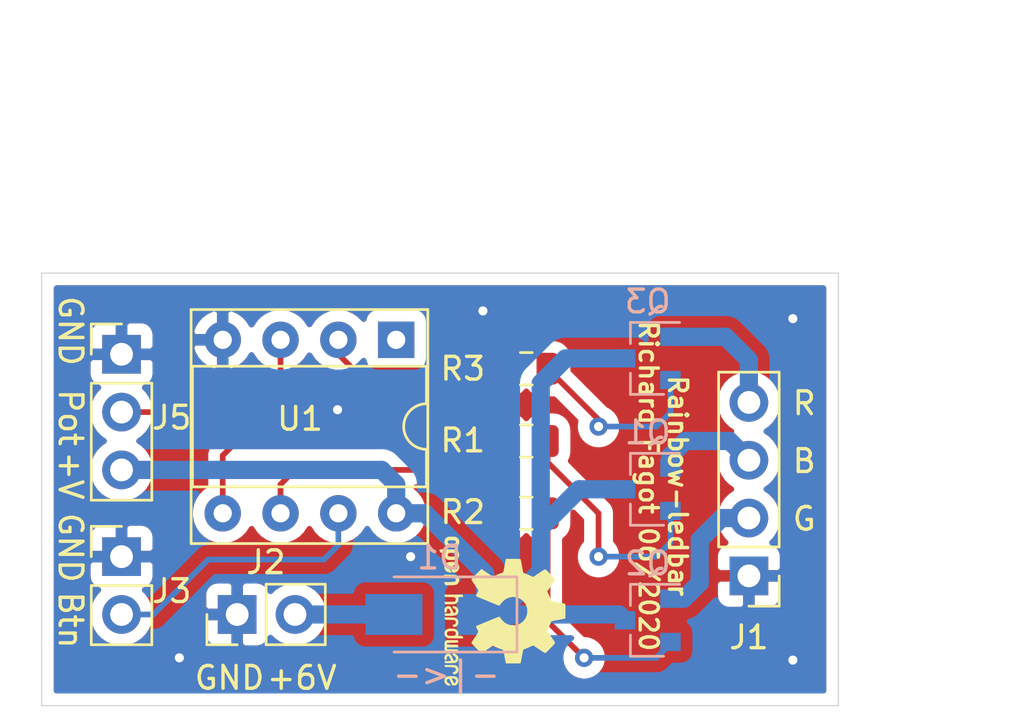
<source format=kicad_pcb>
(kicad_pcb (version 20171130) (host pcbnew "(5.1.6)-1")

  (general
    (thickness 1.6)
    (drawings 18)
    (tracks 74)
    (zones 0)
    (modules 13)
    (nets 16)
  )

  (page A4)
  (layers
    (0 F.Cu signal)
    (31 B.Cu signal)
    (32 B.Adhes user)
    (33 F.Adhes user)
    (34 B.Paste user)
    (35 F.Paste user)
    (36 B.SilkS user)
    (37 F.SilkS user)
    (38 B.Mask user)
    (39 F.Mask user)
    (40 Dwgs.User user)
    (41 Cmts.User user)
    (42 Eco1.User user)
    (43 Eco2.User user)
    (44 Edge.Cuts user)
    (45 Margin user)
    (46 B.CrtYd user)
    (47 F.CrtYd user)
    (48 B.Fab user)
    (49 F.Fab user)
  )

  (setup
    (last_trace_width 0.25)
    (user_trace_width 0.8)
    (user_trace_width 1)
    (trace_clearance 0.2)
    (zone_clearance 0.508)
    (zone_45_only no)
    (trace_min 0.2)
    (via_size 0.8)
    (via_drill 0.4)
    (via_min_size 0.4)
    (via_min_drill 0.3)
    (uvia_size 0.3)
    (uvia_drill 0.1)
    (uvias_allowed no)
    (uvia_min_size 0.2)
    (uvia_min_drill 0.1)
    (edge_width 0.05)
    (segment_width 0.2)
    (pcb_text_width 0.3)
    (pcb_text_size 1.5 1.5)
    (mod_edge_width 0.12)
    (mod_text_size 1 1)
    (mod_text_width 0.15)
    (pad_size 1.524 1.524)
    (pad_drill 0.762)
    (pad_to_mask_clearance 0.05)
    (aux_axis_origin 140 72)
    (grid_origin 140 72)
    (visible_elements 7FFFFFFF)
    (pcbplotparams
      (layerselection 0x010f0_ffffffff)
      (usegerberextensions true)
      (usegerberattributes true)
      (usegerberadvancedattributes true)
      (creategerberjobfile true)
      (excludeedgelayer true)
      (linewidth 0.100000)
      (plotframeref false)
      (viasonmask false)
      (mode 1)
      (useauxorigin true)
      (hpglpennumber 1)
      (hpglpenspeed 20)
      (hpglpendiameter 15.000000)
      (psnegative false)
      (psa4output false)
      (plotreference true)
      (plotvalue true)
      (plotinvisibletext false)
      (padsonsilk false)
      (subtractmaskfromsilk false)
      (outputformat 1)
      (mirror false)
      (drillshape 0)
      (scaleselection 1)
      (outputdirectory "gerber-protel_2/"))
  )

  (net 0 "")
  (net 1 "Net-(J1-Pad4)")
  (net 2 "Net-(J1-Pad3)")
  (net 3 "Net-(J1-Pad2)")
  (net 4 GNDREF)
  (net 5 VCC)
  (net 6 PushButton)
  (net 7 Potentiomètre)
  (net 8 "Net-(Q1-Pad2)")
  (net 9 "Net-(Q2-Pad2)")
  (net 10 "Net-(Q3-Pad2)")
  (net 11 B)
  (net 12 G)
  (net 13 R)
  (net 14 "Net-(U1-Pad1)")
  (net 15 "Net-(D1-Pad2)")

  (net_class Default "Ceci est la Netclass par défaut."
    (clearance 0.2)
    (trace_width 0.25)
    (via_dia 0.8)
    (via_drill 0.4)
    (uvia_dia 0.3)
    (uvia_drill 0.1)
    (add_net B)
    (add_net G)
    (add_net GNDREF)
    (add_net "Net-(D1-Pad2)")
    (add_net "Net-(J1-Pad2)")
    (add_net "Net-(J1-Pad3)")
    (add_net "Net-(J1-Pad4)")
    (add_net "Net-(Q1-Pad2)")
    (add_net "Net-(Q2-Pad2)")
    (add_net "Net-(Q3-Pad2)")
    (add_net "Net-(U1-Pad1)")
    (add_net Potentiomètre)
    (add_net PushButton)
    (add_net R)
    (add_net VCC)
  )

  (module Symbol:OSHW-Logo2_7.3x6mm_SilkScreen (layer F.Cu) (tedit 0) (tstamp 5F6D0AC3)
    (at 160.25 86.85 270)
    (descr "Open Source Hardware Symbol")
    (tags "Logo Symbol OSHW")
    (attr virtual)
    (fp_text reference REF** (at 0 0 90) (layer F.SilkS) hide
      (effects (font (size 1 1) (thickness 0.15)))
    )
    (fp_text value OSHW-Logo2_7.3x6mm_SilkScreen (at 0.75 0 90) (layer F.Fab) hide
      (effects (font (size 1 1) (thickness 0.15)))
    )
    (fp_poly (pts (xy 0.10391 -2.757652) (xy 0.182454 -2.757222) (xy 0.239298 -2.756058) (xy 0.278105 -2.753793)
      (xy 0.302538 -2.75006) (xy 0.316262 -2.744494) (xy 0.32294 -2.736727) (xy 0.326236 -2.726395)
      (xy 0.326556 -2.725057) (xy 0.331562 -2.700921) (xy 0.340829 -2.653299) (xy 0.353392 -2.587259)
      (xy 0.368287 -2.507872) (xy 0.384551 -2.420204) (xy 0.385119 -2.417125) (xy 0.40141 -2.331211)
      (xy 0.416652 -2.255304) (xy 0.429861 -2.193955) (xy 0.440054 -2.151718) (xy 0.446248 -2.133145)
      (xy 0.446543 -2.132816) (xy 0.464788 -2.123747) (xy 0.502405 -2.108633) (xy 0.551271 -2.090738)
      (xy 0.551543 -2.090642) (xy 0.613093 -2.067507) (xy 0.685657 -2.038035) (xy 0.754057 -2.008403)
      (xy 0.757294 -2.006938) (xy 0.868702 -1.956374) (xy 1.115399 -2.12484) (xy 1.191077 -2.176197)
      (xy 1.259631 -2.222111) (xy 1.317088 -2.25997) (xy 1.359476 -2.287163) (xy 1.382825 -2.301079)
      (xy 1.385042 -2.302111) (xy 1.40201 -2.297516) (xy 1.433701 -2.275345) (xy 1.481352 -2.234553)
      (xy 1.546198 -2.174095) (xy 1.612397 -2.109773) (xy 1.676214 -2.046388) (xy 1.733329 -1.988549)
      (xy 1.780305 -1.939825) (xy 1.813703 -1.90379) (xy 1.830085 -1.884016) (xy 1.830694 -1.882998)
      (xy 1.832505 -1.869428) (xy 1.825683 -1.847267) (xy 1.80854 -1.813522) (xy 1.779393 -1.7652)
      (xy 1.736555 -1.699308) (xy 1.679448 -1.614483) (xy 1.628766 -1.539823) (xy 1.583461 -1.47286)
      (xy 1.54615 -1.417484) (xy 1.519452 -1.37758) (xy 1.505985 -1.357038) (xy 1.505137 -1.355644)
      (xy 1.506781 -1.335962) (xy 1.519245 -1.297707) (xy 1.540048 -1.248111) (xy 1.547462 -1.232272)
      (xy 1.579814 -1.16171) (xy 1.614328 -1.081647) (xy 1.642365 -1.012371) (xy 1.662568 -0.960955)
      (xy 1.678615 -0.921881) (xy 1.687888 -0.901459) (xy 1.689041 -0.899886) (xy 1.706096 -0.897279)
      (xy 1.746298 -0.890137) (xy 1.804302 -0.879477) (xy 1.874763 -0.866315) (xy 1.952335 -0.851667)
      (xy 2.031672 -0.836551) (xy 2.107431 -0.821982) (xy 2.174264 -0.808978) (xy 2.226828 -0.798555)
      (xy 2.259776 -0.79173) (xy 2.267857 -0.789801) (xy 2.276205 -0.785038) (xy 2.282506 -0.774282)
      (xy 2.287045 -0.753902) (xy 2.290104 -0.720266) (xy 2.291967 -0.669745) (xy 2.292918 -0.598708)
      (xy 2.29324 -0.503524) (xy 2.293257 -0.464508) (xy 2.293257 -0.147201) (xy 2.217057 -0.132161)
      (xy 2.174663 -0.124005) (xy 2.1114 -0.112101) (xy 2.034962 -0.097884) (xy 1.953043 -0.08279)
      (xy 1.9304 -0.078645) (xy 1.854806 -0.063947) (xy 1.788953 -0.049495) (xy 1.738366 -0.036625)
      (xy 1.708574 -0.026678) (xy 1.703612 -0.023713) (xy 1.691426 -0.002717) (xy 1.673953 0.037967)
      (xy 1.654577 0.090322) (xy 1.650734 0.1016) (xy 1.625339 0.171523) (xy 1.593817 0.250418)
      (xy 1.562969 0.321266) (xy 1.562817 0.321595) (xy 1.511447 0.432733) (xy 1.680399 0.681253)
      (xy 1.849352 0.929772) (xy 1.632429 1.147058) (xy 1.566819 1.211726) (xy 1.506979 1.268733)
      (xy 1.456267 1.315033) (xy 1.418046 1.347584) (xy 1.395675 1.363343) (xy 1.392466 1.364343)
      (xy 1.373626 1.356469) (xy 1.33518 1.334578) (xy 1.28133 1.301267) (xy 1.216276 1.259131)
      (xy 1.14594 1.211943) (xy 1.074555 1.16381) (xy 1.010908 1.121928) (xy 0.959041 1.088871)
      (xy 0.922995 1.067218) (xy 0.906867 1.059543) (xy 0.887189 1.066037) (xy 0.849875 1.08315)
      (xy 0.802621 1.107326) (xy 0.797612 1.110013) (xy 0.733977 1.141927) (xy 0.690341 1.157579)
      (xy 0.663202 1.157745) (xy 0.649057 1.143204) (xy 0.648975 1.143) (xy 0.641905 1.125779)
      (xy 0.625042 1.084899) (xy 0.599695 1.023525) (xy 0.567171 0.944819) (xy 0.528778 0.851947)
      (xy 0.485822 0.748072) (xy 0.444222 0.647502) (xy 0.398504 0.536516) (xy 0.356526 0.433703)
      (xy 0.319548 0.342215) (xy 0.288827 0.265201) (xy 0.265622 0.205815) (xy 0.25119 0.167209)
      (xy 0.246743 0.1528) (xy 0.257896 0.136272) (xy 0.287069 0.10993) (xy 0.325971 0.080887)
      (xy 0.436757 -0.010961) (xy 0.523351 -0.116241) (xy 0.584716 -0.232734) (xy 0.619815 -0.358224)
      (xy 0.627608 -0.490493) (xy 0.621943 -0.551543) (xy 0.591078 -0.678205) (xy 0.53792 -0.790059)
      (xy 0.465767 -0.885999) (xy 0.377917 -0.964924) (xy 0.277665 -1.02573) (xy 0.16831 -1.067313)
      (xy 0.053147 -1.088572) (xy -0.064525 -1.088401) (xy -0.18141 -1.065699) (xy -0.294211 -1.019362)
      (xy -0.399631 -0.948287) (xy -0.443632 -0.908089) (xy -0.528021 -0.804871) (xy -0.586778 -0.692075)
      (xy -0.620296 -0.57299) (xy -0.628965 -0.450905) (xy -0.613177 -0.329107) (xy -0.573322 -0.210884)
      (xy -0.509793 -0.099525) (xy -0.422979 0.001684) (xy -0.325971 0.080887) (xy -0.285563 0.111162)
      (xy -0.257018 0.137219) (xy -0.246743 0.152825) (xy -0.252123 0.169843) (xy -0.267425 0.2105)
      (xy -0.291388 0.271642) (xy -0.322756 0.350119) (xy -0.360268 0.44278) (xy -0.402667 0.546472)
      (xy -0.444337 0.647526) (xy -0.49031 0.758607) (xy -0.532893 0.861541) (xy -0.570779 0.953165)
      (xy -0.60266 1.030316) (xy -0.627229 1.089831) (xy -0.64318 1.128544) (xy -0.64909 1.143)
      (xy -0.663052 1.157685) (xy -0.69006 1.157642) (xy -0.733587 1.142099) (xy -0.79711 1.110284)
      (xy -0.797612 1.110013) (xy -0.84544 1.085323) (xy -0.884103 1.067338) (xy -0.905905 1.059614)
      (xy -0.906867 1.059543) (xy -0.923279 1.067378) (xy -0.959513 1.089165) (xy -1.011526 1.122328)
      (xy -1.075275 1.164291) (xy -1.14594 1.211943) (xy -1.217884 1.260191) (xy -1.282726 1.302151)
      (xy -1.336265 1.335227) (xy -1.374303 1.356821) (xy -1.392467 1.364343) (xy -1.409192 1.354457)
      (xy -1.44282 1.326826) (xy -1.48999 1.284495) (xy -1.547342 1.230505) (xy -1.611516 1.167899)
      (xy -1.632503 1.146983) (xy -1.849501 0.929623) (xy -1.684332 0.68722) (xy -1.634136 0.612781)
      (xy -1.590081 0.545972) (xy -1.554638 0.490665) (xy -1.530281 0.450729) (xy -1.519478 0.430036)
      (xy -1.519162 0.428563) (xy -1.524857 0.409058) (xy -1.540174 0.369822) (xy -1.562463 0.31743)
      (xy -1.578107 0.282355) (xy -1.607359 0.215201) (xy -1.634906 0.147358) (xy -1.656263 0.090034)
      (xy -1.662065 0.072572) (xy -1.678548 0.025938) (xy -1.69466 -0.010095) (xy -1.70351 -0.023713)
      (xy -1.72304 -0.032048) (xy -1.765666 -0.043863) (xy -1.825855 -0.057819) (xy -1.898078 -0.072578)
      (xy -1.9304 -0.078645) (xy -2.012478 -0.093727) (xy -2.091205 -0.108331) (xy -2.158891 -0.12102)
      (xy -2.20784 -0.130358) (xy -2.217057 -0.132161) (xy -2.293257 -0.147201) (xy -2.293257 -0.464508)
      (xy -2.293086 -0.568846) (xy -2.292384 -0.647787) (xy -2.290866 -0.704962) (xy -2.288251 -0.744001)
      (xy -2.284254 -0.768535) (xy -2.278591 -0.782195) (xy -2.27098 -0.788611) (xy -2.267857 -0.789801)
      (xy -2.249022 -0.79402) (xy -2.207412 -0.802438) (xy -2.14837 -0.814039) (xy -2.077243 -0.827805)
      (xy -1.999375 -0.84272) (xy -1.920113 -0.857768) (xy -1.844802 -0.871931) (xy -1.778787 -0.884194)
      (xy -1.727413 -0.893539) (xy -1.696025 -0.89895) (xy -1.689041 -0.899886) (xy -1.682715 -0.912404)
      (xy -1.66871 -0.945754) (xy -1.649645 -0.993623) (xy -1.642366 -1.012371) (xy -1.613004 -1.084805)
      (xy -1.578429 -1.16483) (xy -1.547463 -1.232272) (xy -1.524677 -1.283841) (xy -1.509518 -1.326215)
      (xy -1.504458 -1.352166) (xy -1.505264 -1.355644) (xy -1.515959 -1.372064) (xy -1.54038 -1.408583)
      (xy -1.575905 -1.461313) (xy -1.619913 -1.526365) (xy -1.669783 -1.599849) (xy -1.679644 -1.614355)
      (xy -1.737508 -1.700296) (xy -1.780044 -1.765739) (xy -1.808946 -1.813696) (xy -1.82591 -1.84718)
      (xy -1.832633 -1.869205) (xy -1.83081 -1.882783) (xy -1.830764 -1.882869) (xy -1.816414 -1.900703)
      (xy -1.784677 -1.935183) (xy -1.73899 -1.982732) (xy -1.682796 -2.039778) (xy -1.619532 -2.102745)
      (xy -1.612398 -2.109773) (xy -1.53267 -2.18698) (xy -1.471143 -2.24367) (xy -1.426579 -2.28089)
      (xy -1.397743 -2.299685) (xy -1.385042 -2.302111) (xy -1.366506 -2.291529) (xy -1.328039 -2.267084)
      (xy -1.273614 -2.231388) (xy -1.207202 -2.187053) (xy -1.132775 -2.136689) (xy -1.115399 -2.12484)
      (xy -0.868703 -1.956374) (xy -0.757294 -2.006938) (xy -0.689543 -2.036405) (xy -0.616817 -2.066041)
      (xy -0.554297 -2.08967) (xy -0.551543 -2.090642) (xy -0.50264 -2.108543) (xy -0.464943 -2.12368)
      (xy -0.446575 -2.13279) (xy -0.446544 -2.132816) (xy -0.440715 -2.149283) (xy -0.430808 -2.189781)
      (xy -0.417805 -2.249758) (xy -0.402691 -2.32466) (xy -0.386448 -2.409936) (xy -0.385119 -2.417125)
      (xy -0.368825 -2.504986) (xy -0.353867 -2.58474) (xy -0.341209 -2.651319) (xy -0.331814 -2.699653)
      (xy -0.326646 -2.724675) (xy -0.326556 -2.725057) (xy -0.323411 -2.735701) (xy -0.317296 -2.743738)
      (xy -0.304547 -2.749533) (xy -0.2815 -2.753453) (xy -0.244491 -2.755865) (xy -0.189856 -2.757135)
      (xy -0.113933 -2.757629) (xy -0.013056 -2.757714) (xy 0 -2.757714) (xy 0.10391 -2.757652)) (layer F.SilkS) (width 0.01))
    (fp_poly (pts (xy 3.153595 1.966966) (xy 3.211021 2.004497) (xy 3.238719 2.038096) (xy 3.260662 2.099064)
      (xy 3.262405 2.147308) (xy 3.258457 2.211816) (xy 3.109686 2.276934) (xy 3.037349 2.310202)
      (xy 2.990084 2.336964) (xy 2.965507 2.360144) (xy 2.961237 2.382667) (xy 2.974889 2.407455)
      (xy 2.989943 2.423886) (xy 3.033746 2.450235) (xy 3.081389 2.452081) (xy 3.125145 2.431546)
      (xy 3.157289 2.390752) (xy 3.163038 2.376347) (xy 3.190576 2.331356) (xy 3.222258 2.312182)
      (xy 3.265714 2.295779) (xy 3.265714 2.357966) (xy 3.261872 2.400283) (xy 3.246823 2.435969)
      (xy 3.21528 2.476943) (xy 3.210592 2.482267) (xy 3.175506 2.51872) (xy 3.145347 2.538283)
      (xy 3.107615 2.547283) (xy 3.076335 2.55023) (xy 3.020385 2.550965) (xy 2.980555 2.54166)
      (xy 2.955708 2.527846) (xy 2.916656 2.497467) (xy 2.889625 2.464613) (xy 2.872517 2.423294)
      (xy 2.863238 2.367521) (xy 2.859693 2.291305) (xy 2.85941 2.252622) (xy 2.860372 2.206247)
      (xy 2.948007 2.206247) (xy 2.949023 2.231126) (xy 2.951556 2.2352) (xy 2.968274 2.229665)
      (xy 3.004249 2.215017) (xy 3.052331 2.19419) (xy 3.062386 2.189714) (xy 3.123152 2.158814)
      (xy 3.156632 2.131657) (xy 3.16399 2.10622) (xy 3.146391 2.080481) (xy 3.131856 2.069109)
      (xy 3.07941 2.046364) (xy 3.030322 2.050122) (xy 2.989227 2.077884) (xy 2.960758 2.127152)
      (xy 2.951631 2.166257) (xy 2.948007 2.206247) (xy 2.860372 2.206247) (xy 2.861285 2.162249)
      (xy 2.868196 2.095384) (xy 2.881884 2.046695) (xy 2.904096 2.010849) (xy 2.936574 1.982513)
      (xy 2.950733 1.973355) (xy 3.015053 1.949507) (xy 3.085473 1.948006) (xy 3.153595 1.966966)) (layer F.SilkS) (width 0.01))
    (fp_poly (pts (xy 2.6526 1.958752) (xy 2.669948 1.966334) (xy 2.711356 1.999128) (xy 2.746765 2.046547)
      (xy 2.768664 2.097151) (xy 2.772229 2.122098) (xy 2.760279 2.156927) (xy 2.734067 2.175357)
      (xy 2.705964 2.186516) (xy 2.693095 2.188572) (xy 2.686829 2.173649) (xy 2.674456 2.141175)
      (xy 2.669028 2.126502) (xy 2.63859 2.075744) (xy 2.59452 2.050427) (xy 2.53801 2.051206)
      (xy 2.533825 2.052203) (xy 2.503655 2.066507) (xy 2.481476 2.094393) (xy 2.466327 2.139287)
      (xy 2.45725 2.204615) (xy 2.453286 2.293804) (xy 2.452914 2.341261) (xy 2.45273 2.416071)
      (xy 2.451522 2.467069) (xy 2.448309 2.499471) (xy 2.442109 2.518495) (xy 2.43194 2.529356)
      (xy 2.416819 2.537272) (xy 2.415946 2.53767) (xy 2.386828 2.549981) (xy 2.372403 2.554514)
      (xy 2.370186 2.540809) (xy 2.368289 2.502925) (xy 2.366847 2.445715) (xy 2.365998 2.374027)
      (xy 2.365829 2.321565) (xy 2.366692 2.220047) (xy 2.37007 2.143032) (xy 2.377142 2.086023)
      (xy 2.389088 2.044526) (xy 2.40709 2.014043) (xy 2.432327 1.99008) (xy 2.457247 1.973355)
      (xy 2.517171 1.951097) (xy 2.586911 1.946076) (xy 2.6526 1.958752)) (layer F.SilkS) (width 0.01))
    (fp_poly (pts (xy 2.144876 1.956335) (xy 2.186667 1.975344) (xy 2.219469 1.998378) (xy 2.243503 2.024133)
      (xy 2.260097 2.057358) (xy 2.270577 2.1028) (xy 2.276271 2.165207) (xy 2.278507 2.249327)
      (xy 2.278743 2.304721) (xy 2.278743 2.520826) (xy 2.241774 2.53767) (xy 2.212656 2.549981)
      (xy 2.198231 2.554514) (xy 2.195472 2.541025) (xy 2.193282 2.504653) (xy 2.191942 2.451542)
      (xy 2.191657 2.409372) (xy 2.190434 2.348447) (xy 2.187136 2.300115) (xy 2.182321 2.270518)
      (xy 2.178496 2.264229) (xy 2.152783 2.270652) (xy 2.112418 2.287125) (xy 2.065679 2.309458)
      (xy 2.020845 2.333457) (xy 1.986193 2.35493) (xy 1.970002 2.369685) (xy 1.969938 2.369845)
      (xy 1.97133 2.397152) (xy 1.983818 2.423219) (xy 2.005743 2.444392) (xy 2.037743 2.451474)
      (xy 2.065092 2.450649) (xy 2.103826 2.450042) (xy 2.124158 2.459116) (xy 2.136369 2.483092)
      (xy 2.137909 2.487613) (xy 2.143203 2.521806) (xy 2.129047 2.542568) (xy 2.092148 2.552462)
      (xy 2.052289 2.554292) (xy 1.980562 2.540727) (xy 1.943432 2.521355) (xy 1.897576 2.475845)
      (xy 1.873256 2.419983) (xy 1.871073 2.360957) (xy 1.891629 2.305953) (xy 1.922549 2.271486)
      (xy 1.95342 2.252189) (xy 2.001942 2.227759) (xy 2.058485 2.202985) (xy 2.06791 2.199199)
      (xy 2.130019 2.171791) (xy 2.165822 2.147634) (xy 2.177337 2.123619) (xy 2.16658 2.096635)
      (xy 2.148114 2.075543) (xy 2.104469 2.049572) (xy 2.056446 2.047624) (xy 2.012406 2.067637)
      (xy 1.980709 2.107551) (xy 1.976549 2.117848) (xy 1.952327 2.155724) (xy 1.916965 2.183842)
      (xy 1.872343 2.206917) (xy 1.872343 2.141485) (xy 1.874969 2.101506) (xy 1.88623 2.069997)
      (xy 1.911199 2.036378) (xy 1.935169 2.010484) (xy 1.972441 1.973817) (xy 2.001401 1.954121)
      (xy 2.032505 1.94622) (xy 2.067713 1.944914) (xy 2.144876 1.956335)) (layer F.SilkS) (width 0.01))
    (fp_poly (pts (xy 1.779833 1.958663) (xy 1.782048 1.99685) (xy 1.783784 2.054886) (xy 1.784899 2.12818)
      (xy 1.785257 2.205055) (xy 1.785257 2.465196) (xy 1.739326 2.511127) (xy 1.707675 2.539429)
      (xy 1.67989 2.550893) (xy 1.641915 2.550168) (xy 1.62684 2.548321) (xy 1.579726 2.542948)
      (xy 1.540756 2.539869) (xy 1.531257 2.539585) (xy 1.499233 2.541445) (xy 1.453432 2.546114)
      (xy 1.435674 2.548321) (xy 1.392057 2.551735) (xy 1.362745 2.54432) (xy 1.33368 2.521427)
      (xy 1.323188 2.511127) (xy 1.277257 2.465196) (xy 1.277257 1.978602) (xy 1.314226 1.961758)
      (xy 1.346059 1.949282) (xy 1.364683 1.944914) (xy 1.369458 1.958718) (xy 1.373921 1.997286)
      (xy 1.377775 2.056356) (xy 1.380722 2.131663) (xy 1.382143 2.195286) (xy 1.386114 2.445657)
      (xy 1.420759 2.450556) (xy 1.452268 2.447131) (xy 1.467708 2.436041) (xy 1.472023 2.415308)
      (xy 1.475708 2.371145) (xy 1.478469 2.309146) (xy 1.480012 2.234909) (xy 1.480235 2.196706)
      (xy 1.480457 1.976783) (xy 1.526166 1.960849) (xy 1.558518 1.950015) (xy 1.576115 1.944962)
      (xy 1.576623 1.944914) (xy 1.578388 1.958648) (xy 1.580329 1.99673) (xy 1.582282 2.054482)
      (xy 1.584084 2.127227) (xy 1.585343 2.195286) (xy 1.589314 2.445657) (xy 1.6764 2.445657)
      (xy 1.680396 2.21724) (xy 1.684392 1.988822) (xy 1.726847 1.966868) (xy 1.758192 1.951793)
      (xy 1.776744 1.944951) (xy 1.777279 1.944914) (xy 1.779833 1.958663)) (layer F.SilkS) (width 0.01))
    (fp_poly (pts (xy 1.190117 2.065358) (xy 1.189933 2.173837) (xy 1.189219 2.257287) (xy 1.187675 2.319704)
      (xy 1.185001 2.365085) (xy 1.180894 2.397429) (xy 1.175055 2.420733) (xy 1.167182 2.438995)
      (xy 1.161221 2.449418) (xy 1.111855 2.505945) (xy 1.049264 2.541377) (xy 0.980013 2.55409)
      (xy 0.910668 2.542463) (xy 0.869375 2.521568) (xy 0.826025 2.485422) (xy 0.796481 2.441276)
      (xy 0.778655 2.383462) (xy 0.770463 2.306313) (xy 0.769302 2.249714) (xy 0.769458 2.245647)
      (xy 0.870857 2.245647) (xy 0.871476 2.31055) (xy 0.874314 2.353514) (xy 0.88084 2.381622)
      (xy 0.892523 2.401953) (xy 0.906483 2.417288) (xy 0.953365 2.44689) (xy 1.003701 2.449419)
      (xy 1.051276 2.424705) (xy 1.054979 2.421356) (xy 1.070783 2.403935) (xy 1.080693 2.383209)
      (xy 1.086058 2.352362) (xy 1.088228 2.304577) (xy 1.088571 2.251748) (xy 1.087827 2.185381)
      (xy 1.084748 2.141106) (xy 1.078061 2.112009) (xy 1.066496 2.091173) (xy 1.057013 2.080107)
      (xy 1.01296 2.052198) (xy 0.962224 2.048843) (xy 0.913796 2.070159) (xy 0.90445 2.078073)
      (xy 0.88854 2.095647) (xy 0.87861 2.116587) (xy 0.873278 2.147782) (xy 0.871163 2.196122)
      (xy 0.870857 2.245647) (xy 0.769458 2.245647) (xy 0.77281 2.158568) (xy 0.784726 2.090086)
      (xy 0.807135 2.0386) (xy 0.842124 1.998443) (xy 0.869375 1.977861) (xy 0.918907 1.955625)
      (xy 0.976316 1.945304) (xy 1.029682 1.948067) (xy 1.059543 1.959212) (xy 1.071261 1.962383)
      (xy 1.079037 1.950557) (xy 1.084465 1.918866) (xy 1.088571 1.870593) (xy 1.093067 1.816829)
      (xy 1.099313 1.784482) (xy 1.110676 1.765985) (xy 1.130528 1.75377) (xy 1.143 1.748362)
      (xy 1.190171 1.728601) (xy 1.190117 2.065358)) (layer F.SilkS) (width 0.01))
    (fp_poly (pts (xy 0.529926 1.949755) (xy 0.595858 1.974084) (xy 0.649273 2.017117) (xy 0.670164 2.047409)
      (xy 0.692939 2.102994) (xy 0.692466 2.143186) (xy 0.668562 2.170217) (xy 0.659717 2.174813)
      (xy 0.62153 2.189144) (xy 0.602028 2.185472) (xy 0.595422 2.161407) (xy 0.595086 2.148114)
      (xy 0.582992 2.09921) (xy 0.551471 2.064999) (xy 0.507659 2.048476) (xy 0.458695 2.052634)
      (xy 0.418894 2.074227) (xy 0.40545 2.086544) (xy 0.395921 2.101487) (xy 0.389485 2.124075)
      (xy 0.385317 2.159328) (xy 0.382597 2.212266) (xy 0.380502 2.287907) (xy 0.37996 2.311857)
      (xy 0.377981 2.39379) (xy 0.375731 2.451455) (xy 0.372357 2.489608) (xy 0.367006 2.513004)
      (xy 0.358824 2.526398) (xy 0.346959 2.534545) (xy 0.339362 2.538144) (xy 0.307102 2.550452)
      (xy 0.288111 2.554514) (xy 0.281836 2.540948) (xy 0.278006 2.499934) (xy 0.2766 2.430999)
      (xy 0.277598 2.333669) (xy 0.277908 2.318657) (xy 0.280101 2.229859) (xy 0.282693 2.165019)
      (xy 0.286382 2.119067) (xy 0.291864 2.086935) (xy 0.299835 2.063553) (xy 0.310993 2.043852)
      (xy 0.31683 2.03541) (xy 0.350296 1.998057) (xy 0.387727 1.969003) (xy 0.392309 1.966467)
      (xy 0.459426 1.946443) (xy 0.529926 1.949755)) (layer F.SilkS) (width 0.01))
    (fp_poly (pts (xy 0.039744 1.950968) (xy 0.096616 1.972087) (xy 0.097267 1.972493) (xy 0.13244 1.99838)
      (xy 0.158407 2.028633) (xy 0.17667 2.068058) (xy 0.188732 2.121462) (xy 0.196096 2.193651)
      (xy 0.200264 2.289432) (xy 0.200629 2.303078) (xy 0.205876 2.508842) (xy 0.161716 2.531678)
      (xy 0.129763 2.54711) (xy 0.11047 2.554423) (xy 0.109578 2.554514) (xy 0.106239 2.541022)
      (xy 0.103587 2.504626) (xy 0.101956 2.451452) (xy 0.1016 2.408393) (xy 0.101592 2.338641)
      (xy 0.098403 2.294837) (xy 0.087288 2.273944) (xy 0.063501 2.272925) (xy 0.022296 2.288741)
      (xy -0.039914 2.317815) (xy -0.085659 2.341963) (xy -0.109187 2.362913) (xy -0.116104 2.385747)
      (xy -0.116114 2.386877) (xy -0.104701 2.426212) (xy -0.070908 2.447462) (xy -0.019191 2.450539)
      (xy 0.018061 2.450006) (xy 0.037703 2.460735) (xy 0.049952 2.486505) (xy 0.057002 2.519337)
      (xy 0.046842 2.537966) (xy 0.043017 2.540632) (xy 0.007001 2.55134) (xy -0.043434 2.552856)
      (xy -0.095374 2.545759) (xy -0.132178 2.532788) (xy -0.183062 2.489585) (xy -0.211986 2.429446)
      (xy -0.217714 2.382462) (xy -0.213343 2.340082) (xy -0.197525 2.305488) (xy -0.166203 2.274763)
      (xy -0.115322 2.24399) (xy -0.040824 2.209252) (xy -0.036286 2.207288) (xy 0.030821 2.176287)
      (xy 0.072232 2.150862) (xy 0.089981 2.128014) (xy 0.086107 2.104745) (xy 0.062643 2.078056)
      (xy 0.055627 2.071914) (xy 0.00863 2.0481) (xy -0.040067 2.049103) (xy -0.082478 2.072451)
      (xy -0.110616 2.115675) (xy -0.113231 2.12416) (xy -0.138692 2.165308) (xy -0.170999 2.185128)
      (xy -0.217714 2.20477) (xy -0.217714 2.15395) (xy -0.203504 2.080082) (xy -0.161325 2.012327)
      (xy -0.139376 1.989661) (xy -0.089483 1.960569) (xy -0.026033 1.9474) (xy 0.039744 1.950968)) (layer F.SilkS) (width 0.01))
    (fp_poly (pts (xy -0.624114 1.851289) (xy -0.619861 1.910613) (xy -0.614975 1.945572) (xy -0.608205 1.96082)
      (xy -0.598298 1.961015) (xy -0.595086 1.959195) (xy -0.552356 1.946015) (xy -0.496773 1.946785)
      (xy -0.440263 1.960333) (xy -0.404918 1.977861) (xy -0.368679 2.005861) (xy -0.342187 2.037549)
      (xy -0.324001 2.077813) (xy -0.312678 2.131543) (xy -0.306778 2.203626) (xy -0.304857 2.298951)
      (xy -0.304823 2.317237) (xy -0.3048 2.522646) (xy -0.350509 2.53858) (xy -0.382973 2.54942)
      (xy -0.400785 2.554468) (xy -0.401309 2.554514) (xy -0.403063 2.540828) (xy -0.404556 2.503076)
      (xy -0.405674 2.446224) (xy -0.406303 2.375234) (xy -0.4064 2.332073) (xy -0.406602 2.246973)
      (xy -0.407642 2.185981) (xy -0.410169 2.144177) (xy -0.414836 2.116642) (xy -0.422293 2.098456)
      (xy -0.433189 2.084698) (xy -0.439993 2.078073) (xy -0.486728 2.051375) (xy -0.537728 2.049375)
      (xy -0.583999 2.071955) (xy -0.592556 2.080107) (xy -0.605107 2.095436) (xy -0.613812 2.113618)
      (xy -0.619369 2.139909) (xy -0.622474 2.179562) (xy -0.623824 2.237832) (xy -0.624114 2.318173)
      (xy -0.624114 2.522646) (xy -0.669823 2.53858) (xy -0.702287 2.54942) (xy -0.720099 2.554468)
      (xy -0.720623 2.554514) (xy -0.721963 2.540623) (xy -0.723172 2.501439) (xy -0.724199 2.4407)
      (xy -0.724998 2.362141) (xy -0.725519 2.269498) (xy -0.725714 2.166509) (xy -0.725714 1.769342)
      (xy -0.678543 1.749444) (xy -0.631371 1.729547) (xy -0.624114 1.851289)) (layer F.SilkS) (width 0.01))
    (fp_poly (pts (xy -1.831697 1.931239) (xy -1.774473 1.969735) (xy -1.730251 2.025335) (xy -1.703833 2.096086)
      (xy -1.69849 2.148162) (xy -1.699097 2.169893) (xy -1.704178 2.186531) (xy -1.718145 2.201437)
      (xy -1.745411 2.217973) (xy -1.790388 2.239498) (xy -1.857489 2.269374) (xy -1.857829 2.269524)
      (xy -1.919593 2.297813) (xy -1.970241 2.322933) (xy -2.004596 2.342179) (xy -2.017482 2.352848)
      (xy -2.017486 2.352934) (xy -2.006128 2.376166) (xy -1.979569 2.401774) (xy -1.949077 2.420221)
      (xy -1.93363 2.423886) (xy -1.891485 2.411212) (xy -1.855192 2.379471) (xy -1.837483 2.344572)
      (xy -1.820448 2.318845) (xy -1.787078 2.289546) (xy -1.747851 2.264235) (xy -1.713244 2.250471)
      (xy -1.706007 2.249714) (xy -1.697861 2.26216) (xy -1.69737 2.293972) (xy -1.703357 2.336866)
      (xy -1.714643 2.382558) (xy -1.73005 2.422761) (xy -1.730829 2.424322) (xy -1.777196 2.489062)
      (xy -1.837289 2.533097) (xy -1.905535 2.554711) (xy -1.976362 2.552185) (xy -2.044196 2.523804)
      (xy -2.047212 2.521808) (xy -2.100573 2.473448) (xy -2.13566 2.410352) (xy -2.155078 2.327387)
      (xy -2.157684 2.304078) (xy -2.162299 2.194055) (xy -2.156767 2.142748) (xy -2.017486 2.142748)
      (xy -2.015676 2.174753) (xy -2.005778 2.184093) (xy -1.981102 2.177105) (xy -1.942205 2.160587)
      (xy -1.898725 2.139881) (xy -1.897644 2.139333) (xy -1.860791 2.119949) (xy -1.846 2.107013)
      (xy -1.849647 2.093451) (xy -1.865005 2.075632) (xy -1.904077 2.049845) (xy -1.946154 2.04795)
      (xy -1.983897 2.066717) (xy -2.009966 2.102915) (xy -2.017486 2.142748) (xy -2.156767 2.142748)
      (xy -2.152806 2.106027) (xy -2.12845 2.036212) (xy -2.094544 1.987302) (xy -2.033347 1.937878)
      (xy -1.965937 1.913359) (xy -1.89712 1.911797) (xy -1.831697 1.931239)) (layer F.SilkS) (width 0.01))
    (fp_poly (pts (xy -2.958885 1.921962) (xy -2.890855 1.957733) (xy -2.840649 2.015301) (xy -2.822815 2.052312)
      (xy -2.808937 2.107882) (xy -2.801833 2.178096) (xy -2.80116 2.254727) (xy -2.806573 2.329552)
      (xy -2.81773 2.394342) (xy -2.834286 2.440873) (xy -2.839374 2.448887) (xy -2.899645 2.508707)
      (xy -2.971231 2.544535) (xy -3.048908 2.55502) (xy -3.127452 2.53881) (xy -3.149311 2.529092)
      (xy -3.191878 2.499143) (xy -3.229237 2.459433) (xy -3.232768 2.454397) (xy -3.247119 2.430124)
      (xy -3.256606 2.404178) (xy -3.26221 2.370022) (xy -3.264914 2.321119) (xy -3.265701 2.250935)
      (xy -3.265714 2.2352) (xy -3.265678 2.230192) (xy -3.120571 2.230192) (xy -3.119727 2.29643)
      (xy -3.116404 2.340386) (xy -3.109417 2.368779) (xy -3.097584 2.388325) (xy -3.091543 2.394857)
      (xy -3.056814 2.41968) (xy -3.023097 2.418548) (xy -2.989005 2.397016) (xy -2.968671 2.374029)
      (xy -2.956629 2.340478) (xy -2.949866 2.287569) (xy -2.949402 2.281399) (xy -2.948248 2.185513)
      (xy -2.960312 2.114299) (xy -2.98543 2.068194) (xy -3.02344 2.047635) (xy -3.037008 2.046514)
      (xy -3.072636 2.052152) (xy -3.097006 2.071686) (xy -3.111907 2.109042) (xy -3.119125 2.16815)
      (xy -3.120571 2.230192) (xy -3.265678 2.230192) (xy -3.265174 2.160413) (xy -3.262904 2.108159)
      (xy -3.257932 2.071949) (xy -3.249287 2.045299) (xy -3.235995 2.021722) (xy -3.233057 2.017338)
      (xy -3.183687 1.958249) (xy -3.129891 1.923947) (xy -3.064398 1.910331) (xy -3.042158 1.909665)
      (xy -2.958885 1.921962)) (layer F.SilkS) (width 0.01))
    (fp_poly (pts (xy -1.283907 1.92778) (xy -1.237328 1.954723) (xy -1.204943 1.981466) (xy -1.181258 2.009484)
      (xy -1.164941 2.043748) (xy -1.154661 2.089227) (xy -1.149086 2.150892) (xy -1.146884 2.233711)
      (xy -1.146629 2.293246) (xy -1.146629 2.512391) (xy -1.208314 2.540044) (xy -1.27 2.567697)
      (xy -1.277257 2.32767) (xy -1.280256 2.238028) (xy -1.283402 2.172962) (xy -1.287299 2.128026)
      (xy -1.292553 2.09877) (xy -1.299769 2.080748) (xy -1.30955 2.069511) (xy -1.312688 2.067079)
      (xy -1.360239 2.048083) (xy -1.408303 2.0556) (xy -1.436914 2.075543) (xy -1.448553 2.089675)
      (xy -1.456609 2.10822) (xy -1.461729 2.136334) (xy -1.464559 2.179173) (xy -1.465744 2.241895)
      (xy -1.465943 2.307261) (xy -1.465982 2.389268) (xy -1.467386 2.447316) (xy -1.472086 2.486465)
      (xy -1.482013 2.51178) (xy -1.499097 2.528323) (xy -1.525268 2.541156) (xy -1.560225 2.554491)
      (xy -1.598404 2.569007) (xy -1.593859 2.311389) (xy -1.592029 2.218519) (xy -1.589888 2.149889)
      (xy -1.586819 2.100711) (xy -1.582206 2.066198) (xy -1.575432 2.041562) (xy -1.565881 2.022016)
      (xy -1.554366 2.00477) (xy -1.49881 1.94968) (xy -1.43102 1.917822) (xy -1.357287 1.910191)
      (xy -1.283907 1.92778)) (layer F.SilkS) (width 0.01))
    (fp_poly (pts (xy -2.400256 1.919918) (xy -2.344799 1.947568) (xy -2.295852 1.99848) (xy -2.282371 2.017338)
      (xy -2.267686 2.042015) (xy -2.258158 2.068816) (xy -2.252707 2.104587) (xy -2.250253 2.156169)
      (xy -2.249714 2.224267) (xy -2.252148 2.317588) (xy -2.260606 2.387657) (xy -2.276826 2.439931)
      (xy -2.302546 2.479869) (xy -2.339503 2.512929) (xy -2.342218 2.514886) (xy -2.37864 2.534908)
      (xy -2.422498 2.544815) (xy -2.478276 2.547257) (xy -2.568952 2.547257) (xy -2.56899 2.635283)
      (xy -2.569834 2.684308) (xy -2.574976 2.713065) (xy -2.588413 2.730311) (xy -2.614142 2.744808)
      (xy -2.620321 2.747769) (xy -2.649236 2.761648) (xy -2.671624 2.770414) (xy -2.688271 2.771171)
      (xy -2.699964 2.761023) (xy -2.70749 2.737073) (xy -2.711634 2.696426) (xy -2.713185 2.636186)
      (xy -2.712929 2.553455) (xy -2.711651 2.445339) (xy -2.711252 2.413) (xy -2.709815 2.301524)
      (xy -2.708528 2.228603) (xy -2.569029 2.228603) (xy -2.568245 2.290499) (xy -2.56476 2.330997)
      (xy -2.556876 2.357708) (xy -2.542895 2.378244) (xy -2.533403 2.38826) (xy -2.494596 2.417567)
      (xy -2.460237 2.419952) (xy -2.424784 2.39575) (xy -2.423886 2.394857) (xy -2.409461 2.376153)
      (xy -2.400687 2.350732) (xy -2.396261 2.311584) (xy -2.394882 2.251697) (xy -2.394857 2.23843)
      (xy -2.398188 2.155901) (xy -2.409031 2.098691) (xy -2.42866 2.063766) (xy -2.45835 2.048094)
      (xy -2.475509 2.046514) (xy -2.516234 2.053926) (xy -2.544168 2.07833) (xy -2.560983 2.12298)
      (xy -2.56835 2.19113) (xy -2.569029 2.228603) (xy -2.708528 2.228603) (xy -2.708292 2.215245)
      (xy -2.706323 2.150333) (xy -2.70355 2.102958) (xy -2.699612 2.06929) (xy -2.694151 2.045498)
      (xy -2.686808 2.027753) (xy -2.677223 2.012224) (xy -2.673113 2.006381) (xy -2.618595 1.951185)
      (xy -2.549664 1.91989) (xy -2.469928 1.911165) (xy -2.400256 1.919918)) (layer F.SilkS) (width 0.01))
  )

  (module Package_TO_SOT_SMD:SOT-23 (layer B.Cu) (tedit 5A02FF57) (tstamp 5F5651D9)
    (at 166.624 81.496 180)
    (descr "SOT-23, Standard")
    (tags SOT-23)
    (path /5EDFC705)
    (attr smd)
    (fp_text reference Q1 (at 0 2.5 180) (layer B.SilkS)
      (effects (font (size 1 1) (thickness 0.15)) (justify mirror))
    )
    (fp_text value PN2222A (at 0 -2.5 180) (layer B.Fab)
      (effects (font (size 1 1) (thickness 0.15)) (justify mirror))
    )
    (fp_line (start 0.76 -1.58) (end -0.7 -1.58) (layer B.SilkS) (width 0.12))
    (fp_line (start 0.76 1.58) (end -1.4 1.58) (layer B.SilkS) (width 0.12))
    (fp_line (start -1.7 -1.75) (end -1.7 1.75) (layer B.CrtYd) (width 0.05))
    (fp_line (start 1.7 -1.75) (end -1.7 -1.75) (layer B.CrtYd) (width 0.05))
    (fp_line (start 1.7 1.75) (end 1.7 -1.75) (layer B.CrtYd) (width 0.05))
    (fp_line (start -1.7 1.75) (end 1.7 1.75) (layer B.CrtYd) (width 0.05))
    (fp_line (start 0.76 1.58) (end 0.76 0.65) (layer B.SilkS) (width 0.12))
    (fp_line (start 0.76 -1.58) (end 0.76 -0.65) (layer B.SilkS) (width 0.12))
    (fp_line (start -0.7 -1.52) (end 0.7 -1.52) (layer B.Fab) (width 0.1))
    (fp_line (start 0.7 1.52) (end 0.7 -1.52) (layer B.Fab) (width 0.1))
    (fp_line (start -0.7 0.95) (end -0.15 1.52) (layer B.Fab) (width 0.1))
    (fp_line (start -0.15 1.52) (end 0.7 1.52) (layer B.Fab) (width 0.1))
    (fp_line (start -0.7 0.95) (end -0.7 -1.5) (layer B.Fab) (width 0.1))
    (fp_text user %R (at 0 0 90) (layer B.Fab)
      (effects (font (size 0.5 0.5) (thickness 0.075)) (justify mirror))
    )
    (pad 1 smd rect (at -1 0.95 180) (size 0.9 0.8) (layers B.Cu B.Paste B.Mask)
      (net 2 "Net-(J1-Pad3)"))
    (pad 2 smd rect (at -1 -0.95 180) (size 0.9 0.8) (layers B.Cu B.Paste B.Mask)
      (net 8 "Net-(Q1-Pad2)"))
    (pad 3 smd rect (at 1 0 180) (size 0.9 0.8) (layers B.Cu B.Paste B.Mask)
      (net 5 VCC))
    (model ${KISYS3DMOD}/Package_TO_SOT_SMD.3dshapes/SOT-23.wrl
      (at (xyz 0 0 0))
      (scale (xyz 1 1 1))
      (rotate (xyz 0 0 0))
    )
  )

  (module Package_TO_SOT_SMD:SOT-23 (layer B.Cu) (tedit 5A02FF57) (tstamp 5F5651ED)
    (at 166.624 87.251 180)
    (descr "SOT-23, Standard")
    (tags SOT-23)
    (path /5EDFD2C2)
    (attr smd)
    (fp_text reference Q2 (at 0 2.5 180) (layer B.SilkS)
      (effects (font (size 1 1) (thickness 0.15)) (justify mirror))
    )
    (fp_text value PN2222A (at 0 -2.5 180) (layer B.Fab)
      (effects (font (size 1 1) (thickness 0.15)) (justify mirror))
    )
    (fp_line (start -0.7 0.95) (end -0.7 -1.5) (layer B.Fab) (width 0.1))
    (fp_line (start -0.15 1.52) (end 0.7 1.52) (layer B.Fab) (width 0.1))
    (fp_line (start -0.7 0.95) (end -0.15 1.52) (layer B.Fab) (width 0.1))
    (fp_line (start 0.7 1.52) (end 0.7 -1.52) (layer B.Fab) (width 0.1))
    (fp_line (start -0.7 -1.52) (end 0.7 -1.52) (layer B.Fab) (width 0.1))
    (fp_line (start 0.76 -1.58) (end 0.76 -0.65) (layer B.SilkS) (width 0.12))
    (fp_line (start 0.76 1.58) (end 0.76 0.65) (layer B.SilkS) (width 0.12))
    (fp_line (start -1.7 1.75) (end 1.7 1.75) (layer B.CrtYd) (width 0.05))
    (fp_line (start 1.7 1.75) (end 1.7 -1.75) (layer B.CrtYd) (width 0.05))
    (fp_line (start 1.7 -1.75) (end -1.7 -1.75) (layer B.CrtYd) (width 0.05))
    (fp_line (start -1.7 -1.75) (end -1.7 1.75) (layer B.CrtYd) (width 0.05))
    (fp_line (start 0.76 1.58) (end -1.4 1.58) (layer B.SilkS) (width 0.12))
    (fp_line (start 0.76 -1.58) (end -0.7 -1.58) (layer B.SilkS) (width 0.12))
    (fp_text user %R (at 0 0 90) (layer B.Fab)
      (effects (font (size 0.5 0.5) (thickness 0.075)) (justify mirror))
    )
    (pad 3 smd rect (at 1 0 180) (size 0.9 0.8) (layers B.Cu B.Paste B.Mask)
      (net 5 VCC))
    (pad 2 smd rect (at -1 -0.95 180) (size 0.9 0.8) (layers B.Cu B.Paste B.Mask)
      (net 9 "Net-(Q2-Pad2)"))
    (pad 1 smd rect (at -1 0.95 180) (size 0.9 0.8) (layers B.Cu B.Paste B.Mask)
      (net 3 "Net-(J1-Pad2)"))
    (model ${KISYS3DMOD}/Package_TO_SOT_SMD.3dshapes/SOT-23.wrl
      (at (xyz 0 0 0))
      (scale (xyz 1 1 1))
      (rotate (xyz 0 0 0))
    )
  )

  (module Package_TO_SOT_SMD:SOT-23 (layer B.Cu) (tedit 5A02FF57) (tstamp 5F565201)
    (at 166.624 75.746 180)
    (descr "SOT-23, Standard")
    (tags SOT-23)
    (path /5EE0552A)
    (attr smd)
    (fp_text reference Q3 (at 0 2.5 180) (layer B.SilkS)
      (effects (font (size 1 1) (thickness 0.15)) (justify mirror))
    )
    (fp_text value PN2222A (at 0 -2.5 180) (layer B.Fab)
      (effects (font (size 1 1) (thickness 0.15)) (justify mirror))
    )
    (fp_line (start 0.76 -1.58) (end -0.7 -1.58) (layer B.SilkS) (width 0.12))
    (fp_line (start 0.76 1.58) (end -1.4 1.58) (layer B.SilkS) (width 0.12))
    (fp_line (start -1.7 -1.75) (end -1.7 1.75) (layer B.CrtYd) (width 0.05))
    (fp_line (start 1.7 -1.75) (end -1.7 -1.75) (layer B.CrtYd) (width 0.05))
    (fp_line (start 1.7 1.75) (end 1.7 -1.75) (layer B.CrtYd) (width 0.05))
    (fp_line (start -1.7 1.75) (end 1.7 1.75) (layer B.CrtYd) (width 0.05))
    (fp_line (start 0.76 1.58) (end 0.76 0.65) (layer B.SilkS) (width 0.12))
    (fp_line (start 0.76 -1.58) (end 0.76 -0.65) (layer B.SilkS) (width 0.12))
    (fp_line (start -0.7 -1.52) (end 0.7 -1.52) (layer B.Fab) (width 0.1))
    (fp_line (start 0.7 1.52) (end 0.7 -1.52) (layer B.Fab) (width 0.1))
    (fp_line (start -0.7 0.95) (end -0.15 1.52) (layer B.Fab) (width 0.1))
    (fp_line (start -0.15 1.52) (end 0.7 1.52) (layer B.Fab) (width 0.1))
    (fp_line (start -0.7 0.95) (end -0.7 -1.5) (layer B.Fab) (width 0.1))
    (fp_text user %R (at 0 0 90) (layer B.Fab)
      (effects (font (size 0.5 0.5) (thickness 0.075)) (justify mirror))
    )
    (pad 1 smd rect (at -1 0.95 180) (size 0.9 0.8) (layers B.Cu B.Paste B.Mask)
      (net 1 "Net-(J1-Pad4)"))
    (pad 2 smd rect (at -1 -0.95 180) (size 0.9 0.8) (layers B.Cu B.Paste B.Mask)
      (net 10 "Net-(Q3-Pad2)"))
    (pad 3 smd rect (at 1 0 180) (size 0.9 0.8) (layers B.Cu B.Paste B.Mask)
      (net 5 VCC))
    (model ${KISYS3DMOD}/Package_TO_SOT_SMD.3dshapes/SOT-23.wrl
      (at (xyz 0 0 0))
      (scale (xyz 1 1 1))
      (rotate (xyz 0 0 0))
    )
  )

  (module Resistor_SMD:R_0805_2012Metric (layer F.Cu) (tedit 5B36C52B) (tstamp 5F565105)
    (at 161.29 79.375)
    (descr "Resistor SMD 0805 (2012 Metric), square (rectangular) end terminal, IPC_7351 nominal, (Body size source: https://docs.google.com/spreadsheets/d/1BsfQQcO9C6DZCsRaXUlFlo91Tg2WpOkGARC1WS5S8t0/edit?usp=sharing), generated with kicad-footprint-generator")
    (tags resistor)
    (path /5EDFFD3A)
    (attr smd)
    (fp_text reference R1 (at -2.79 -0.025 -180) (layer F.SilkS)
      (effects (font (size 1 1) (thickness 0.15)))
    )
    (fp_text value 1k (at 0 1.65 -180) (layer F.Fab) hide
      (effects (font (size 1 1) (thickness 0.15)))
    )
    (fp_line (start -1 0.6) (end -1 -0.6) (layer F.Fab) (width 0.1))
    (fp_line (start -1 -0.6) (end 1 -0.6) (layer F.Fab) (width 0.1))
    (fp_line (start 1 -0.6) (end 1 0.6) (layer F.Fab) (width 0.1))
    (fp_line (start 1 0.6) (end -1 0.6) (layer F.Fab) (width 0.1))
    (fp_line (start -0.258578 -0.71) (end 0.258578 -0.71) (layer F.SilkS) (width 0.12))
    (fp_line (start -0.258578 0.71) (end 0.258578 0.71) (layer F.SilkS) (width 0.12))
    (fp_line (start -1.68 0.95) (end -1.68 -0.95) (layer F.CrtYd) (width 0.05))
    (fp_line (start -1.68 -0.95) (end 1.68 -0.95) (layer F.CrtYd) (width 0.05))
    (fp_line (start 1.68 -0.95) (end 1.68 0.95) (layer F.CrtYd) (width 0.05))
    (fp_line (start 1.68 0.95) (end -1.68 0.95) (layer F.CrtYd) (width 0.05))
    (fp_text user %R (at 0 0 -180) (layer F.Fab)
      (effects (font (size 0.5 0.5) (thickness 0.08)))
    )
    (pad 1 smd roundrect (at -0.9375 0) (size 0.975 1.4) (layers F.Cu F.Paste F.Mask) (roundrect_rratio 0.25)
      (net 11 B))
    (pad 2 smd roundrect (at 0.9375 0) (size 0.975 1.4) (layers F.Cu F.Paste F.Mask) (roundrect_rratio 0.25)
      (net 8 "Net-(Q1-Pad2)"))
    (model ${KISYS3DMOD}/Resistor_SMD.3dshapes/R_0805_2012Metric.wrl
      (at (xyz 0 0 0))
      (scale (xyz 1 1 1))
      (rotate (xyz 0 0 0))
    )
  )

  (module Resistor_SMD:R_0805_2012Metric (layer F.Cu) (tedit 5B36C52B) (tstamp 5F565115)
    (at 161.29 82.55)
    (descr "Resistor SMD 0805 (2012 Metric), square (rectangular) end terminal, IPC_7351 nominal, (Body size source: https://docs.google.com/spreadsheets/d/1BsfQQcO9C6DZCsRaXUlFlo91Tg2WpOkGARC1WS5S8t0/edit?usp=sharing), generated with kicad-footprint-generator")
    (tags resistor)
    (path /5EE00C74)
    (attr smd)
    (fp_text reference R2 (at -2.79 -0.05 -180) (layer F.SilkS)
      (effects (font (size 1 1) (thickness 0.15)))
    )
    (fp_text value 1k (at 0 1.65 -180) (layer F.Fab) hide
      (effects (font (size 1 1) (thickness 0.15)))
    )
    (fp_line (start 1.68 0.95) (end -1.68 0.95) (layer F.CrtYd) (width 0.05))
    (fp_line (start 1.68 -0.95) (end 1.68 0.95) (layer F.CrtYd) (width 0.05))
    (fp_line (start -1.68 -0.95) (end 1.68 -0.95) (layer F.CrtYd) (width 0.05))
    (fp_line (start -1.68 0.95) (end -1.68 -0.95) (layer F.CrtYd) (width 0.05))
    (fp_line (start -0.258578 0.71) (end 0.258578 0.71) (layer F.SilkS) (width 0.12))
    (fp_line (start -0.258578 -0.71) (end 0.258578 -0.71) (layer F.SilkS) (width 0.12))
    (fp_line (start 1 0.6) (end -1 0.6) (layer F.Fab) (width 0.1))
    (fp_line (start 1 -0.6) (end 1 0.6) (layer F.Fab) (width 0.1))
    (fp_line (start -1 -0.6) (end 1 -0.6) (layer F.Fab) (width 0.1))
    (fp_line (start -1 0.6) (end -1 -0.6) (layer F.Fab) (width 0.1))
    (fp_text user %R (at 0 0 -180) (layer F.Fab)
      (effects (font (size 0.5 0.5) (thickness 0.08)))
    )
    (pad 2 smd roundrect (at 0.9375 0) (size 0.975 1.4) (layers F.Cu F.Paste F.Mask) (roundrect_rratio 0.25)
      (net 9 "Net-(Q2-Pad2)"))
    (pad 1 smd roundrect (at -0.9375 0) (size 0.975 1.4) (layers F.Cu F.Paste F.Mask) (roundrect_rratio 0.25)
      (net 12 G))
    (model ${KISYS3DMOD}/Resistor_SMD.3dshapes/R_0805_2012Metric.wrl
      (at (xyz 0 0 0))
      (scale (xyz 1 1 1))
      (rotate (xyz 0 0 0))
    )
  )

  (module Resistor_SMD:R_0805_2012Metric (layer F.Cu) (tedit 5B36C52B) (tstamp 5F565155)
    (at 161.29 76.2)
    (descr "Resistor SMD 0805 (2012 Metric), square (rectangular) end terminal, IPC_7351 nominal, (Body size source: https://docs.google.com/spreadsheets/d/1BsfQQcO9C6DZCsRaXUlFlo91Tg2WpOkGARC1WS5S8t0/edit?usp=sharing), generated with kicad-footprint-generator")
    (tags resistor)
    (path /5EE014EA)
    (attr smd)
    (fp_text reference R3 (at -2.79 0 -180) (layer F.SilkS)
      (effects (font (size 1 1) (thickness 0.15)))
    )
    (fp_text value 1k (at 0 1.65 -180) (layer F.Fab) hide
      (effects (font (size 1 1) (thickness 0.15)))
    )
    (fp_line (start -1 0.6) (end -1 -0.6) (layer F.Fab) (width 0.1))
    (fp_line (start -1 -0.6) (end 1 -0.6) (layer F.Fab) (width 0.1))
    (fp_line (start 1 -0.6) (end 1 0.6) (layer F.Fab) (width 0.1))
    (fp_line (start 1 0.6) (end -1 0.6) (layer F.Fab) (width 0.1))
    (fp_line (start -0.258578 -0.71) (end 0.258578 -0.71) (layer F.SilkS) (width 0.12))
    (fp_line (start -0.258578 0.71) (end 0.258578 0.71) (layer F.SilkS) (width 0.12))
    (fp_line (start -1.68 0.95) (end -1.68 -0.95) (layer F.CrtYd) (width 0.05))
    (fp_line (start -1.68 -0.95) (end 1.68 -0.95) (layer F.CrtYd) (width 0.05))
    (fp_line (start 1.68 -0.95) (end 1.68 0.95) (layer F.CrtYd) (width 0.05))
    (fp_line (start 1.68 0.95) (end -1.68 0.95) (layer F.CrtYd) (width 0.05))
    (fp_text user %R (at 0 0 -180) (layer F.Fab)
      (effects (font (size 0.5 0.5) (thickness 0.08)))
    )
    (pad 1 smd roundrect (at -0.9375 0) (size 0.975 1.4) (layers F.Cu F.Paste F.Mask) (roundrect_rratio 0.25)
      (net 13 R))
    (pad 2 smd roundrect (at 0.9375 0) (size 0.975 1.4) (layers F.Cu F.Paste F.Mask) (roundrect_rratio 0.25)
      (net 10 "Net-(Q3-Pad2)"))
    (model ${KISYS3DMOD}/Resistor_SMD.3dshapes/R_0805_2012Metric.wrl
      (at (xyz 0 0 0))
      (scale (xyz 1 1 1))
      (rotate (xyz 0 0 0))
    )
  )

  (module Diode_SMD:D_SMA (layer B.Cu) (tedit 586432E5) (tstamp 5F568452)
    (at 157.48 86.995 180)
    (descr "Diode SMA (DO-214AC)")
    (tags "Diode SMA (DO-214AC)")
    (path /5F56C874)
    (attr smd)
    (fp_text reference D1 (at 0 2.5) (layer B.SilkS)
      (effects (font (size 1 1) (thickness 0.15)) (justify mirror))
    )
    (fp_text value D_Schottky (at 0 -2.6) (layer B.Fab)
      (effects (font (size 1 1) (thickness 0.15)) (justify mirror))
    )
    (fp_line (start -3.4 1.65) (end -3.4 -1.65) (layer B.SilkS) (width 0.12))
    (fp_line (start 2.3 -1.5) (end -2.3 -1.5) (layer B.Fab) (width 0.1))
    (fp_line (start -2.3 -1.5) (end -2.3 1.5) (layer B.Fab) (width 0.1))
    (fp_line (start 2.3 1.5) (end 2.3 -1.5) (layer B.Fab) (width 0.1))
    (fp_line (start 2.3 1.5) (end -2.3 1.5) (layer B.Fab) (width 0.1))
    (fp_line (start -3.5 1.75) (end 3.5 1.75) (layer B.CrtYd) (width 0.05))
    (fp_line (start 3.5 1.75) (end 3.5 -1.75) (layer B.CrtYd) (width 0.05))
    (fp_line (start 3.5 -1.75) (end -3.5 -1.75) (layer B.CrtYd) (width 0.05))
    (fp_line (start -3.5 -1.75) (end -3.5 1.75) (layer B.CrtYd) (width 0.05))
    (fp_line (start -0.64944 -0.00102) (end -1.55114 -0.00102) (layer B.Fab) (width 0.1))
    (fp_line (start 0.50118 -0.00102) (end 1.4994 -0.00102) (layer B.Fab) (width 0.1))
    (fp_line (start -0.64944 0.79908) (end -0.64944 -0.80112) (layer B.Fab) (width 0.1))
    (fp_line (start 0.50118 -0.75032) (end 0.50118 0.79908) (layer B.Fab) (width 0.1))
    (fp_line (start -0.64944 -0.00102) (end 0.50118 -0.75032) (layer B.Fab) (width 0.1))
    (fp_line (start -0.64944 -0.00102) (end 0.50118 0.79908) (layer B.Fab) (width 0.1))
    (fp_line (start -3.4 -1.65) (end 2 -1.65) (layer B.SilkS) (width 0.12))
    (fp_line (start -3.4 1.65) (end 2 1.65) (layer B.SilkS) (width 0.12))
    (fp_text user %R (at 0 2.5) (layer B.Fab)
      (effects (font (size 1 1) (thickness 0.15)) (justify mirror))
    )
    (pad 1 smd rect (at -2 0 180) (size 2.5 1.8) (layers B.Cu B.Paste B.Mask)
      (net 5 VCC))
    (pad 2 smd rect (at 2 0 180) (size 2.5 1.8) (layers B.Cu B.Paste B.Mask)
      (net 15 "Net-(D1-Pad2)"))
    (model ${KISYS3DMOD}/Diode_SMD.3dshapes/D_SMA.wrl
      (at (xyz 0 0 0))
      (scale (xyz 1 1 1))
      (rotate (xyz 0 0 0))
    )
  )

  (module Connector_PinHeader_2.54mm:PinHeader_1x04_P2.54mm_Vertical (layer F.Cu) (tedit 59FED5CC) (tstamp 5F57CC5A)
    (at 171.069 85.3 180)
    (descr "Through hole straight pin header, 1x04, 2.54mm pitch, single row")
    (tags "Through hole pin header THT 1x04 2.54mm single row")
    (path /5EE06C5E)
    (fp_text reference J1 (at 0 -2.7) (layer F.SilkS)
      (effects (font (size 1 1) (thickness 0.15)))
    )
    (fp_text value Leds (at 0 9.95) (layer F.Fab)
      (effects (font (size 1 1) (thickness 0.15)))
    )
    (fp_line (start 1.8 -1.8) (end -1.8 -1.8) (layer F.CrtYd) (width 0.05))
    (fp_line (start 1.8 9.4) (end 1.8 -1.8) (layer F.CrtYd) (width 0.05))
    (fp_line (start -1.8 9.4) (end 1.8 9.4) (layer F.CrtYd) (width 0.05))
    (fp_line (start -1.8 -1.8) (end -1.8 9.4) (layer F.CrtYd) (width 0.05))
    (fp_line (start -1.33 -1.33) (end 0 -1.33) (layer F.SilkS) (width 0.12))
    (fp_line (start -1.33 0) (end -1.33 -1.33) (layer F.SilkS) (width 0.12))
    (fp_line (start -1.33 1.27) (end 1.33 1.27) (layer F.SilkS) (width 0.12))
    (fp_line (start 1.33 1.27) (end 1.33 8.95) (layer F.SilkS) (width 0.12))
    (fp_line (start -1.33 1.27) (end -1.33 8.95) (layer F.SilkS) (width 0.12))
    (fp_line (start -1.33 8.95) (end 1.33 8.95) (layer F.SilkS) (width 0.12))
    (fp_line (start -1.27 -0.635) (end -0.635 -1.27) (layer F.Fab) (width 0.1))
    (fp_line (start -1.27 8.89) (end -1.27 -0.635) (layer F.Fab) (width 0.1))
    (fp_line (start 1.27 8.89) (end -1.27 8.89) (layer F.Fab) (width 0.1))
    (fp_line (start 1.27 -1.27) (end 1.27 8.89) (layer F.Fab) (width 0.1))
    (fp_line (start -0.635 -1.27) (end 1.27 -1.27) (layer F.Fab) (width 0.1))
    (fp_text user %R (at 0 3.81 90) (layer F.Fab)
      (effects (font (size 1 1) (thickness 0.15)))
    )
    (pad 1 thru_hole rect (at 0 0 180) (size 1.7 1.7) (drill 1) (layers *.Cu *.Mask)
      (net 4 GNDREF))
    (pad 2 thru_hole oval (at 0 2.54 180) (size 1.7 1.7) (drill 1) (layers *.Cu *.Mask)
      (net 3 "Net-(J1-Pad2)"))
    (pad 3 thru_hole oval (at 0 5.08 180) (size 1.7 1.7) (drill 1) (layers *.Cu *.Mask)
      (net 2 "Net-(J1-Pad3)"))
    (pad 4 thru_hole oval (at 0 7.62 180) (size 1.7 1.7) (drill 1) (layers *.Cu *.Mask)
      (net 1 "Net-(J1-Pad4)"))
    (model ${KISYS3DMOD}/Connector_PinHeader_2.54mm.3dshapes/PinHeader_1x04_P2.54mm_Vertical.wrl
      (at (xyz 0 0 0))
      (scale (xyz 1 1 1))
      (rotate (xyz 0 0 0))
    )
  )

  (module Connector_PinHeader_2.54mm:PinHeader_1x02_P2.54mm_Vertical (layer F.Cu) (tedit 59FED5CC) (tstamp 5F57CC71)
    (at 148.59 86.995 90)
    (descr "Through hole straight pin header, 1x02, 2.54mm pitch, single row")
    (tags "Through hole pin header THT 1x02 2.54mm single row")
    (path /5EE21198)
    (fp_text reference J2 (at 2.295 1.26 180) (layer F.SilkS)
      (effects (font (size 1 1) (thickness 0.15)))
    )
    (fp_text value Alimentation (at 0 4.87 90) (layer F.Fab)
      (effects (font (size 1 1) (thickness 0.15)))
    )
    (fp_line (start 1.8 -1.8) (end -1.8 -1.8) (layer F.CrtYd) (width 0.05))
    (fp_line (start 1.8 4.35) (end 1.8 -1.8) (layer F.CrtYd) (width 0.05))
    (fp_line (start -1.8 4.35) (end 1.8 4.35) (layer F.CrtYd) (width 0.05))
    (fp_line (start -1.8 -1.8) (end -1.8 4.35) (layer F.CrtYd) (width 0.05))
    (fp_line (start -1.33 -1.33) (end 0 -1.33) (layer F.SilkS) (width 0.12))
    (fp_line (start -1.33 0) (end -1.33 -1.33) (layer F.SilkS) (width 0.12))
    (fp_line (start -1.33 1.27) (end 1.33 1.27) (layer F.SilkS) (width 0.12))
    (fp_line (start 1.33 1.27) (end 1.33 3.87) (layer F.SilkS) (width 0.12))
    (fp_line (start -1.33 1.27) (end -1.33 3.87) (layer F.SilkS) (width 0.12))
    (fp_line (start -1.33 3.87) (end 1.33 3.87) (layer F.SilkS) (width 0.12))
    (fp_line (start -1.27 -0.635) (end -0.635 -1.27) (layer F.Fab) (width 0.1))
    (fp_line (start -1.27 3.81) (end -1.27 -0.635) (layer F.Fab) (width 0.1))
    (fp_line (start 1.27 3.81) (end -1.27 3.81) (layer F.Fab) (width 0.1))
    (fp_line (start 1.27 -1.27) (end 1.27 3.81) (layer F.Fab) (width 0.1))
    (fp_line (start -0.635 -1.27) (end 1.27 -1.27) (layer F.Fab) (width 0.1))
    (fp_text user %R (at 0 1.27) (layer F.Fab)
      (effects (font (size 1 1) (thickness 0.15)))
    )
    (pad 1 thru_hole rect (at 0 0 90) (size 1.7 1.7) (drill 1) (layers *.Cu *.Mask)
      (net 4 GNDREF))
    (pad 2 thru_hole oval (at 0 2.54 90) (size 1.7 1.7) (drill 1) (layers *.Cu *.Mask)
      (net 15 "Net-(D1-Pad2)"))
    (model ${KISYS3DMOD}/Connector_PinHeader_2.54mm.3dshapes/PinHeader_1x02_P2.54mm_Vertical.wrl
      (at (xyz 0 0 0))
      (scale (xyz 1 1 1))
      (rotate (xyz 0 0 0))
    )
  )

  (module Connector_PinHeader_2.54mm:PinHeader_1x02_P2.54mm_Vertical (layer F.Cu) (tedit 59FED5CC) (tstamp 5F57CC86)
    (at 143.51 84.455)
    (descr "Through hole straight pin header, 1x02, 2.54mm pitch, single row")
    (tags "Through hole pin header THT 1x02 2.54mm single row")
    (path /5EE23575)
    (fp_text reference J3 (at 2.205 1.515) (layer F.SilkS)
      (effects (font (size 1 1) (thickness 0.15)))
    )
    (fp_text value Pushbutton (at 0 4.87) (layer F.Fab)
      (effects (font (size 1 1) (thickness 0.15)))
    )
    (fp_line (start -0.635 -1.27) (end 1.27 -1.27) (layer F.Fab) (width 0.1))
    (fp_line (start 1.27 -1.27) (end 1.27 3.81) (layer F.Fab) (width 0.1))
    (fp_line (start 1.27 3.81) (end -1.27 3.81) (layer F.Fab) (width 0.1))
    (fp_line (start -1.27 3.81) (end -1.27 -0.635) (layer F.Fab) (width 0.1))
    (fp_line (start -1.27 -0.635) (end -0.635 -1.27) (layer F.Fab) (width 0.1))
    (fp_line (start -1.33 3.87) (end 1.33 3.87) (layer F.SilkS) (width 0.12))
    (fp_line (start -1.33 1.27) (end -1.33 3.87) (layer F.SilkS) (width 0.12))
    (fp_line (start 1.33 1.27) (end 1.33 3.87) (layer F.SilkS) (width 0.12))
    (fp_line (start -1.33 1.27) (end 1.33 1.27) (layer F.SilkS) (width 0.12))
    (fp_line (start -1.33 0) (end -1.33 -1.33) (layer F.SilkS) (width 0.12))
    (fp_line (start -1.33 -1.33) (end 0 -1.33) (layer F.SilkS) (width 0.12))
    (fp_line (start -1.8 -1.8) (end -1.8 4.35) (layer F.CrtYd) (width 0.05))
    (fp_line (start -1.8 4.35) (end 1.8 4.35) (layer F.CrtYd) (width 0.05))
    (fp_line (start 1.8 4.35) (end 1.8 -1.8) (layer F.CrtYd) (width 0.05))
    (fp_line (start 1.8 -1.8) (end -1.8 -1.8) (layer F.CrtYd) (width 0.05))
    (fp_text user %R (at 0 1.27 90) (layer F.Fab)
      (effects (font (size 1 1) (thickness 0.15)))
    )
    (pad 2 thru_hole oval (at 0 2.54) (size 1.7 1.7) (drill 1) (layers *.Cu *.Mask)
      (net 6 PushButton))
    (pad 1 thru_hole rect (at 0 0) (size 1.7 1.7) (drill 1) (layers *.Cu *.Mask)
      (net 4 GNDREF))
    (model ${KISYS3DMOD}/Connector_PinHeader_2.54mm.3dshapes/PinHeader_1x02_P2.54mm_Vertical.wrl
      (at (xyz 0 0 0))
      (scale (xyz 1 1 1))
      (rotate (xyz 0 0 0))
    )
  )

  (module Connector_PinHeader_2.54mm:PinHeader_1x03_P2.54mm_Vertical (layer F.Cu) (tedit 59FED5CC) (tstamp 5F57CC9B)
    (at 143.51 75.565)
    (descr "Through hole straight pin header, 1x03, 2.54mm pitch, single row")
    (tags "Through hole pin header THT 1x03 2.54mm single row")
    (path /5EE245E6)
    (fp_text reference J5 (at 2.205 2.785) (layer F.SilkS)
      (effects (font (size 1 1) (thickness 0.15)))
    )
    (fp_text value Potentiomètre (at 0 7.41) (layer F.Fab)
      (effects (font (size 1 1) (thickness 0.15)))
    )
    (fp_line (start 1.8 -1.8) (end -1.8 -1.8) (layer F.CrtYd) (width 0.05))
    (fp_line (start 1.8 6.85) (end 1.8 -1.8) (layer F.CrtYd) (width 0.05))
    (fp_line (start -1.8 6.85) (end 1.8 6.85) (layer F.CrtYd) (width 0.05))
    (fp_line (start -1.8 -1.8) (end -1.8 6.85) (layer F.CrtYd) (width 0.05))
    (fp_line (start -1.33 -1.33) (end 0 -1.33) (layer F.SilkS) (width 0.12))
    (fp_line (start -1.33 0) (end -1.33 -1.33) (layer F.SilkS) (width 0.12))
    (fp_line (start -1.33 1.27) (end 1.33 1.27) (layer F.SilkS) (width 0.12))
    (fp_line (start 1.33 1.27) (end 1.33 6.41) (layer F.SilkS) (width 0.12))
    (fp_line (start -1.33 1.27) (end -1.33 6.41) (layer F.SilkS) (width 0.12))
    (fp_line (start -1.33 6.41) (end 1.33 6.41) (layer F.SilkS) (width 0.12))
    (fp_line (start -1.27 -0.635) (end -0.635 -1.27) (layer F.Fab) (width 0.1))
    (fp_line (start -1.27 6.35) (end -1.27 -0.635) (layer F.Fab) (width 0.1))
    (fp_line (start 1.27 6.35) (end -1.27 6.35) (layer F.Fab) (width 0.1))
    (fp_line (start 1.27 -1.27) (end 1.27 6.35) (layer F.Fab) (width 0.1))
    (fp_line (start -0.635 -1.27) (end 1.27 -1.27) (layer F.Fab) (width 0.1))
    (fp_text user %R (at 0 2.54 90) (layer F.Fab)
      (effects (font (size 1 1) (thickness 0.15)))
    )
    (pad 1 thru_hole rect (at 0 0) (size 1.7 1.7) (drill 1) (layers *.Cu *.Mask)
      (net 4 GNDREF))
    (pad 2 thru_hole oval (at 0 2.54) (size 1.7 1.7) (drill 1) (layers *.Cu *.Mask)
      (net 7 Potentiomètre))
    (pad 3 thru_hole oval (at 0 5.08) (size 1.7 1.7) (drill 1) (layers *.Cu *.Mask)
      (net 5 VCC))
    (model ${KISYS3DMOD}/Connector_PinHeader_2.54mm.3dshapes/PinHeader_1x03_P2.54mm_Vertical.wrl
      (at (xyz 0 0 0))
      (scale (xyz 1 1 1))
      (rotate (xyz 0 0 0))
    )
  )

  (module Package_DIP:DIP-8_W7.62mm_Socket (layer F.Cu) (tedit 5A02E8C5) (tstamp 5F57CF3C)
    (at 155.575 74.93 270)
    (descr "8-lead though-hole mounted DIP package, row spacing 7.62 mm (300 mils), Socket")
    (tags "THT DIP DIL PDIP 2.54mm 7.62mm 300mil Socket")
    (path /5EDFB624)
    (fp_text reference U1 (at 3.47 4.225 180) (layer F.SilkS)
      (effects (font (size 1 1) (thickness 0.15)))
    )
    (fp_text value ATtiny85-20PU (at 3.81 9.95 90) (layer F.Fab)
      (effects (font (size 1 1) (thickness 0.15)))
    )
    (fp_line (start 9.15 -1.6) (end -1.55 -1.6) (layer F.CrtYd) (width 0.05))
    (fp_line (start 9.15 9.2) (end 9.15 -1.6) (layer F.CrtYd) (width 0.05))
    (fp_line (start -1.55 9.2) (end 9.15 9.2) (layer F.CrtYd) (width 0.05))
    (fp_line (start -1.55 -1.6) (end -1.55 9.2) (layer F.CrtYd) (width 0.05))
    (fp_line (start 8.95 -1.39) (end -1.33 -1.39) (layer F.SilkS) (width 0.12))
    (fp_line (start 8.95 9.01) (end 8.95 -1.39) (layer F.SilkS) (width 0.12))
    (fp_line (start -1.33 9.01) (end 8.95 9.01) (layer F.SilkS) (width 0.12))
    (fp_line (start -1.33 -1.39) (end -1.33 9.01) (layer F.SilkS) (width 0.12))
    (fp_line (start 6.46 -1.33) (end 4.81 -1.33) (layer F.SilkS) (width 0.12))
    (fp_line (start 6.46 8.95) (end 6.46 -1.33) (layer F.SilkS) (width 0.12))
    (fp_line (start 1.16 8.95) (end 6.46 8.95) (layer F.SilkS) (width 0.12))
    (fp_line (start 1.16 -1.33) (end 1.16 8.95) (layer F.SilkS) (width 0.12))
    (fp_line (start 2.81 -1.33) (end 1.16 -1.33) (layer F.SilkS) (width 0.12))
    (fp_line (start 8.89 -1.33) (end -1.27 -1.33) (layer F.Fab) (width 0.1))
    (fp_line (start 8.89 8.95) (end 8.89 -1.33) (layer F.Fab) (width 0.1))
    (fp_line (start -1.27 8.95) (end 8.89 8.95) (layer F.Fab) (width 0.1))
    (fp_line (start -1.27 -1.33) (end -1.27 8.95) (layer F.Fab) (width 0.1))
    (fp_line (start 0.635 -0.27) (end 1.635 -1.27) (layer F.Fab) (width 0.1))
    (fp_line (start 0.635 8.89) (end 0.635 -0.27) (layer F.Fab) (width 0.1))
    (fp_line (start 6.985 8.89) (end 0.635 8.89) (layer F.Fab) (width 0.1))
    (fp_line (start 6.985 -1.27) (end 6.985 8.89) (layer F.Fab) (width 0.1))
    (fp_line (start 1.635 -1.27) (end 6.985 -1.27) (layer F.Fab) (width 0.1))
    (fp_arc (start 3.81 -1.33) (end 2.81 -1.33) (angle -180) (layer F.SilkS) (width 0.12))
    (fp_text user %R (at 3.81 3.81 90) (layer F.Fab)
      (effects (font (size 1 1) (thickness 0.15)))
    )
    (pad 1 thru_hole rect (at 0 0 270) (size 1.6 1.6) (drill 0.8) (layers *.Cu *.Mask)
      (net 14 "Net-(U1-Pad1)"))
    (pad 5 thru_hole oval (at 7.62 7.62 270) (size 1.6 1.6) (drill 0.8) (layers *.Cu *.Mask)
      (net 11 B))
    (pad 2 thru_hole oval (at 0 2.54 270) (size 1.6 1.6) (drill 0.8) (layers *.Cu *.Mask)
      (net 13 R))
    (pad 6 thru_hole oval (at 7.62 5.08 270) (size 1.6 1.6) (drill 0.8) (layers *.Cu *.Mask)
      (net 12 G))
    (pad 3 thru_hole oval (at 0 5.08 270) (size 1.6 1.6) (drill 0.8) (layers *.Cu *.Mask)
      (net 7 Potentiomètre))
    (pad 7 thru_hole oval (at 7.62 2.54 270) (size 1.6 1.6) (drill 0.8) (layers *.Cu *.Mask)
      (net 6 PushButton))
    (pad 4 thru_hole oval (at 0 7.62 270) (size 1.6 1.6) (drill 0.8) (layers *.Cu *.Mask)
      (net 4 GNDREF))
    (pad 8 thru_hole oval (at 7.62 0 270) (size 1.6 1.6) (drill 0.8) (layers *.Cu *.Mask)
      (net 5 VCC))
    (model ${KISYS3DMOD}/Package_DIP.3dshapes/DIP-8_W7.62mm_Socket.wrl
      (at (xyz 0 0 0))
      (scale (xyz 1 1 1))
      (rotate (xyz 0 0 0))
    )
  )

  (gr_text ->|- (at 157.78 89.78 180) (layer B.SilkS)
    (effects (font (size 1 1) (thickness 0.15)) (justify mirror))
  )
  (gr_text +6V (at 151.43 89.78) (layer F.SilkS)
    (effects (font (size 1 1) (thickness 0.15)))
  )
  (gr_text GND (at 148.255 89.78) (layer F.SilkS)
    (effects (font (size 1 1) (thickness 0.15)))
  )
  (gr_text GND (at 141.27 84.065 270) (layer F.SilkS)
    (effects (font (size 1 1) (thickness 0.15)))
  )
  (gr_text +V (at 141.27 80.89 270) (layer F.SilkS)
    (effects (font (size 1 1) (thickness 0.15)))
  )
  (gr_text GND (at 141.27 74.54 270) (layer F.SilkS)
    (effects (font (size 1 1) (thickness 0.15)))
  )
  (gr_text Btn (at 141.27 87.24 270) (layer F.SilkS)
    (effects (font (size 1 1) (thickness 0.15)))
  )
  (gr_text Pot (at 141.27 78.35 270) (layer F.SilkS)
    (effects (font (size 1 1) (thickness 0.15)))
  )
  (gr_text B (at 173.5 80.255) (layer F.SilkS)
    (effects (font (size 1 1) (thickness 0.15)))
  )
  (gr_text G (at 173.5 82.795) (layer F.SilkS)
    (effects (font (size 1 1) (thickness 0.15)))
  )
  (gr_text R (at 173.5 77.715) (layer F.SilkS)
    (effects (font (size 1 1) (thickness 0.15)))
  )
  (dimension 19 (width 0.15) (layer Dwgs.User)
    (gr_text "19,000 mm" (at 181.8 81.5 270) (layer Dwgs.User)
      (effects (font (size 1 1) (thickness 0.15)))
    )
    (feature1 (pts (xy 175 91) (xy 181.086421 91)))
    (feature2 (pts (xy 175 72) (xy 181.086421 72)))
    (crossbar (pts (xy 180.5 72) (xy 180.5 91)))
    (arrow1a (pts (xy 180.5 91) (xy 179.913579 89.873496)))
    (arrow1b (pts (xy 180.5 91) (xy 181.086421 89.873496)))
    (arrow2a (pts (xy 180.5 72) (xy 179.913579 73.126504)))
    (arrow2b (pts (xy 180.5 72) (xy 181.086421 73.126504)))
  )
  (dimension 35 (width 0.15) (layer Dwgs.User)
    (gr_text "35,000 mm" (at 157.5 60.7) (layer Dwgs.User)
      (effects (font (size 1 1) (thickness 0.15)))
    )
    (feature1 (pts (xy 175 72) (xy 175 61.413579)))
    (feature2 (pts (xy 140 72) (xy 140 61.413579)))
    (crossbar (pts (xy 140 62) (xy 175 62)))
    (arrow1a (pts (xy 175 62) (xy 173.873496 62.586421)))
    (arrow1b (pts (xy 175 62) (xy 173.873496 61.413579)))
    (arrow2a (pts (xy 140 62) (xy 141.126504 62.586421)))
    (arrow2b (pts (xy 140 62) (xy 141.126504 61.413579)))
  )
  (gr_text "Rainbow-ledbar\nRichard Fagot 06/2020" (at 167.3 81.35 270) (layer F.SilkS)
    (effects (font (size 0.8 0.8) (thickness 0.15)))
  )
  (gr_line (start 140 91) (end 140 72) (layer Edge.Cuts) (width 0.05) (tstamp 5F5734E0))
  (gr_line (start 175 91) (end 140 91) (layer Edge.Cuts) (width 0.05))
  (gr_line (start 175 72) (end 175 91) (layer Edge.Cuts) (width 0.05))
  (gr_line (start 140 72) (end 175 72) (layer Edge.Cuts) (width 0.05))

  (segment (start 167.624 74.796) (end 170.046 74.796) (width 0.8) (layer B.Cu) (net 1))
  (segment (start 171.069 75.819) (end 171.069 77.68) (width 0.8) (layer B.Cu) (net 1))
  (segment (start 170.046 74.796) (end 171.069 75.819) (width 0.8) (layer B.Cu) (net 1))
  (segment (start 167.624 80.546) (end 167.624 80.026) (width 0.8) (layer B.Cu) (net 2))
  (segment (start 167.624 80.026) (end 168.275 79.375) (width 0.8) (layer B.Cu) (net 2))
  (segment (start 170.224 79.375) (end 171.069 80.22) (width 0.8) (layer B.Cu) (net 2))
  (segment (start 168.275 79.375) (end 170.224 79.375) (width 0.8) (layer B.Cu) (net 2))
  (segment (start 167.624 86.301) (end 168.216 86.301) (width 0.8) (layer B.Cu) (net 3))
  (segment (start 168.91 85.607) (end 168.91 83.716919) (width 0.8) (layer B.Cu) (net 3))
  (segment (start 168.91 83.716919) (end 169.866919 82.76) (width 0.8) (layer B.Cu) (net 3))
  (segment (start 169.866919 82.76) (end 171.069 82.76) (width 0.8) (layer B.Cu) (net 3))
  (segment (start 168.216 86.301) (end 168.91 85.607) (width 0.8) (layer B.Cu) (net 3))
  (via (at 153 78) (size 0.8) (drill 0.4) (layers F.Cu B.Cu) (net 4))
  (via (at 173 74) (size 0.8) (drill 0.4) (layers F.Cu B.Cu) (net 4))
  (via (at 173 89) (size 0.8) (drill 0.4) (layers F.Cu B.Cu) (net 4))
  (via (at 156.21 84.455) (size 0.8) (drill 0.4) (layers F.Cu B.Cu) (net 4))
  (via (at 146.05 88.9) (size 0.8) (drill 0.4) (layers F.Cu B.Cu) (net 4))
  (via (at 159.385 73.66) (size 0.8) (drill 0.4) (layers F.Cu B.Cu) (net 4))
  (segment (start 155.575 82.55) (end 156.845 82.55) (width 0.8) (layer B.Cu) (net 5))
  (segment (start 159.48 85.185) (end 159.48 86.995) (width 0.8) (layer B.Cu) (net 5))
  (segment (start 156.845 82.55) (end 159.48 85.185) (width 0.8) (layer B.Cu) (net 5))
  (segment (start 155.575 81.28) (end 155.575 82.55) (width 0.8) (layer B.Cu) (net 5))
  (segment (start 143.51 80.645) (end 154.94 80.645) (width 0.8) (layer B.Cu) (net 5))
  (segment (start 154.94 80.645) (end 155.575 81.28) (width 0.8) (layer B.Cu) (net 5))
  (segment (start 165.368 86.995) (end 165.624 87.251) (width 0.8) (layer B.Cu) (net 5))
  (segment (start 159.48 86.995) (end 165.368 86.995) (width 0.8) (layer B.Cu) (net 5))
  (segment (start 159.48 86.995) (end 160.02 86.995) (width 0.8) (layer B.Cu) (net 5))
  (segment (start 160.02 86.995) (end 161.925 85.09) (width 0.8) (layer B.Cu) (net 5))
  (segment (start 161.925 85.09) (end 161.925 83.185) (width 0.8) (layer B.Cu) (net 5))
  (segment (start 163.614 81.496) (end 165.624 81.496) (width 0.8) (layer B.Cu) (net 5))
  (segment (start 161.925 83.185) (end 163.614 81.496) (width 0.8) (layer B.Cu) (net 5))
  (segment (start 163.014 75.746) (end 165.624 75.746) (width 0.8) (layer B.Cu) (net 5))
  (segment (start 161.925 83.185) (end 161.925 76.835) (width 0.8) (layer B.Cu) (net 5))
  (segment (start 161.925 76.835) (end 163.014 75.746) (width 0.8) (layer B.Cu) (net 5))
  (segment (start 153.035 83.947) (end 153.035 82.55) (width 0.25) (layer B.Cu) (net 6))
  (segment (start 152.4 84.582) (end 153.035 83.947) (width 0.25) (layer B.Cu) (net 6))
  (segment (start 147.32 84.582) (end 152.4 84.582) (width 0.25) (layer B.Cu) (net 6))
  (segment (start 143.51 86.995) (end 144.907 86.995) (width 0.25) (layer B.Cu) (net 6))
  (segment (start 144.907 86.995) (end 147.32 84.582) (width 0.25) (layer B.Cu) (net 6))
  (segment (start 143.51 78.105) (end 149.479 78.105) (width 0.25) (layer F.Cu) (net 7))
  (segment (start 150.495 77.089) (end 150.495 74.93) (width 0.25) (layer F.Cu) (net 7))
  (segment (start 149.479 78.105) (end 150.495 77.089) (width 0.25) (layer F.Cu) (net 7))
  (segment (start 162.2275 79.375) (end 162.2275 80.3125) (width 0.25) (layer F.Cu) (net 8))
  (via (at 164.465 84.455) (size 0.8) (drill 0.4) (layers F.Cu B.Cu) (net 8))
  (segment (start 162.2275 80.3125) (end 164.465 82.55) (width 0.25) (layer F.Cu) (net 8))
  (segment (start 164.465 82.55) (end 164.465 84.455) (width 0.25) (layer F.Cu) (net 8))
  (segment (start 164.465 84.455) (end 167.005 84.455) (width 0.25) (layer B.Cu) (net 8))
  (segment (start 167.624 83.836) (end 167.624 82.446) (width 0.25) (layer B.Cu) (net 8))
  (segment (start 167.005 84.455) (end 167.624 83.836) (width 0.25) (layer B.Cu) (net 8))
  (via (at 163.83 88.9) (size 0.8) (drill 0.4) (layers F.Cu B.Cu) (net 9))
  (segment (start 167.56 88.265) (end 167.624 88.201) (width 0.25) (layer B.Cu) (net 9))
  (segment (start 163.195 88.265) (end 163.83 88.9) (width 0.25) (layer F.Cu) (net 9))
  (segment (start 167.624 88.201) (end 167.624 88.281) (width 0.25) (layer B.Cu) (net 9))
  (segment (start 167.005 88.9) (end 163.83 88.9) (width 0.25) (layer B.Cu) (net 9))
  (segment (start 167.624 88.281) (end 167.005 88.9) (width 0.25) (layer B.Cu) (net 9))
  (segment (start 162.2275 82.55) (end 162.2275 87.2975) (width 0.25) (layer F.Cu) (net 9))
  (segment (start 162.2275 87.2975) (end 163.195 88.265) (width 0.25) (layer F.Cu) (net 9))
  (via (at 164.465 78.74) (size 0.8) (drill 0.4) (layers F.Cu B.Cu) (net 10))
  (segment (start 162.2275 76.2) (end 164.465 78.4375) (width 0.25) (layer F.Cu) (net 10))
  (segment (start 164.465 78.4375) (end 164.465 78.74) (width 0.25) (layer F.Cu) (net 10))
  (segment (start 164.465 78.74) (end 167.005 78.74) (width 0.25) (layer B.Cu) (net 10))
  (segment (start 167.624 78.121) (end 167.624 76.696) (width 0.25) (layer B.Cu) (net 10))
  (segment (start 167.005 78.74) (end 167.624 78.121) (width 0.25) (layer B.Cu) (net 10))
  (segment (start 147.955 82.55) (end 147.955 80.01) (width 0.25) (layer F.Cu) (net 11))
  (segment (start 148.59 79.375) (end 160.3525 79.375) (width 0.25) (layer F.Cu) (net 11))
  (segment (start 147.955 80.01) (end 148.59 79.375) (width 0.25) (layer F.Cu) (net 11))
  (segment (start 150.495 82.55) (end 150.495 81.28) (width 0.25) (layer F.Cu) (net 12))
  (segment (start 150.495 81.28) (end 151.13 80.645) (width 0.25) (layer F.Cu) (net 12))
  (segment (start 158.4475 80.645) (end 160.3525 82.55) (width 0.25) (layer F.Cu) (net 12))
  (segment (start 151.13 80.645) (end 158.4475 80.645) (width 0.25) (layer F.Cu) (net 12))
  (segment (start 153.035 74.93) (end 153.035 75.565) (width 0.25) (layer F.Cu) (net 13))
  (segment (start 153.67 76.2) (end 160.3525 76.2) (width 0.25) (layer F.Cu) (net 13))
  (segment (start 153.035 75.565) (end 153.67 76.2) (width 0.25) (layer F.Cu) (net 13))
  (segment (start 151.13 86.995) (end 155.48 86.995) (width 0.8) (layer B.Cu) (net 15))

  (zone (net 4) (net_name GNDREF) (layer B.Cu) (tstamp 5F6D956B) (hatch edge 0.508)
    (connect_pads (clearance 0.508))
    (min_thickness 0.254)
    (fill yes (arc_segments 32) (thermal_gap 0.508) (thermal_bridge_width 0.508))
    (polygon
      (pts
        (xy 175 91) (xy 140 91) (xy 140 72) (xy 175 72)
      )
    )
    (filled_polygon
      (pts
        (xy 174.340001 90.34) (xy 140.66 90.34) (xy 140.66 83.605) (xy 142.021928 83.605) (xy 142.025 84.16925)
        (xy 142.18375 84.328) (xy 143.383 84.328) (xy 143.383 83.12875) (xy 143.637 83.12875) (xy 143.637 84.328)
        (xy 144.83625 84.328) (xy 144.995 84.16925) (xy 144.998072 83.605) (xy 144.985812 83.480518) (xy 144.949502 83.36082)
        (xy 144.890537 83.250506) (xy 144.811185 83.153815) (xy 144.714494 83.074463) (xy 144.60418 83.015498) (xy 144.484482 82.979188)
        (xy 144.36 82.966928) (xy 143.79575 82.97) (xy 143.637 83.12875) (xy 143.383 83.12875) (xy 143.22425 82.97)
        (xy 142.66 82.966928) (xy 142.535518 82.979188) (xy 142.41582 83.015498) (xy 142.305506 83.074463) (xy 142.208815 83.153815)
        (xy 142.129463 83.250506) (xy 142.070498 83.36082) (xy 142.034188 83.480518) (xy 142.021928 83.605) (xy 140.66 83.605)
        (xy 140.66 76.415) (xy 142.021928 76.415) (xy 142.034188 76.539482) (xy 142.070498 76.65918) (xy 142.129463 76.769494)
        (xy 142.208815 76.866185) (xy 142.305506 76.945537) (xy 142.41582 77.004502) (xy 142.48838 77.026513) (xy 142.356525 77.158368)
        (xy 142.19401 77.401589) (xy 142.082068 77.671842) (xy 142.025 77.95874) (xy 142.025 78.25126) (xy 142.082068 78.538158)
        (xy 142.19401 78.808411) (xy 142.356525 79.051632) (xy 142.563368 79.258475) (xy 142.73776 79.375) (xy 142.563368 79.491525)
        (xy 142.356525 79.698368) (xy 142.19401 79.941589) (xy 142.082068 80.211842) (xy 142.025 80.49874) (xy 142.025 80.79126)
        (xy 142.082068 81.078158) (xy 142.19401 81.348411) (xy 142.356525 81.591632) (xy 142.563368 81.798475) (xy 142.806589 81.96099)
        (xy 143.076842 82.072932) (xy 143.36374 82.13) (xy 143.65626 82.13) (xy 143.943158 82.072932) (xy 144.213411 81.96099)
        (xy 144.456632 81.798475) (xy 144.575107 81.68) (xy 146.810456 81.68) (xy 146.68332 81.870273) (xy 146.575147 82.131426)
        (xy 146.52 82.408665) (xy 146.52 82.691335) (xy 146.575147 82.968574) (xy 146.68332 83.229727) (xy 146.840363 83.464759)
        (xy 147.040241 83.664637) (xy 147.275273 83.82168) (xy 147.277318 83.822527) (xy 147.171014 83.832997) (xy 147.027753 83.876454)
        (xy 146.895724 83.947026) (xy 146.779999 84.041999) (xy 146.756201 84.070997) (xy 144.70968 86.117519) (xy 144.663475 86.048368)
        (xy 144.53162 85.916513) (xy 144.60418 85.894502) (xy 144.714494 85.835537) (xy 144.811185 85.756185) (xy 144.890537 85.659494)
        (xy 144.949502 85.54918) (xy 144.985812 85.429482) (xy 144.998072 85.305) (xy 144.995 84.74075) (xy 144.83625 84.582)
        (xy 143.637 84.582) (xy 143.637 84.602) (xy 143.383 84.602) (xy 143.383 84.582) (xy 142.18375 84.582)
        (xy 142.025 84.74075) (xy 142.021928 85.305) (xy 142.034188 85.429482) (xy 142.070498 85.54918) (xy 142.129463 85.659494)
        (xy 142.208815 85.756185) (xy 142.305506 85.835537) (xy 142.41582 85.894502) (xy 142.48838 85.916513) (xy 142.356525 86.048368)
        (xy 142.19401 86.291589) (xy 142.082068 86.561842) (xy 142.025 86.84874) (xy 142.025 87.14126) (xy 142.082068 87.428158)
        (xy 142.19401 87.698411) (xy 142.356525 87.941632) (xy 142.563368 88.148475) (xy 142.806589 88.31099) (xy 143.076842 88.422932)
        (xy 143.36374 88.48) (xy 143.65626 88.48) (xy 143.943158 88.422932) (xy 144.213411 88.31099) (xy 144.456632 88.148475)
        (xy 144.663475 87.941632) (xy 144.728042 87.845) (xy 147.101928 87.845) (xy 147.114188 87.969482) (xy 147.150498 88.08918)
        (xy 147.209463 88.199494) (xy 147.288815 88.296185) (xy 147.385506 88.375537) (xy 147.49582 88.434502) (xy 147.615518 88.470812)
        (xy 147.74 88.483072) (xy 148.30425 88.48) (xy 148.463 88.32125) (xy 148.463 87.122) (xy 147.26375 87.122)
        (xy 147.105 87.28075) (xy 147.101928 87.845) (xy 144.728042 87.845) (xy 144.788178 87.755) (xy 144.869678 87.755)
        (xy 144.907 87.758676) (xy 144.944322 87.755) (xy 144.944333 87.755) (xy 145.055986 87.744003) (xy 145.199247 87.700546)
        (xy 145.331276 87.629974) (xy 145.447001 87.535001) (xy 145.470804 87.505997) (xy 146.831801 86.145) (xy 147.101928 86.145)
        (xy 147.105 86.70925) (xy 147.26375 86.868) (xy 148.463 86.868) (xy 148.463 85.66875) (xy 148.717 85.66875)
        (xy 148.717 86.868) (xy 148.737 86.868) (xy 148.737 87.122) (xy 148.717 87.122) (xy 148.717 88.32125)
        (xy 148.87575 88.48) (xy 149.44 88.483072) (xy 149.564482 88.470812) (xy 149.68418 88.434502) (xy 149.794494 88.375537)
        (xy 149.891185 88.296185) (xy 149.970537 88.199494) (xy 150.029502 88.08918) (xy 150.051513 88.01662) (xy 150.183368 88.148475)
        (xy 150.426589 88.31099) (xy 150.696842 88.422932) (xy 150.98374 88.48) (xy 151.27626 88.48) (xy 151.563158 88.422932)
        (xy 151.833411 88.31099) (xy 152.076632 88.148475) (xy 152.195107 88.03) (xy 153.607379 88.03) (xy 153.640498 88.13918)
        (xy 153.699463 88.249494) (xy 153.778815 88.346185) (xy 153.875506 88.425537) (xy 153.98582 88.484502) (xy 154.105518 88.520812)
        (xy 154.23 88.533072) (xy 156.73 88.533072) (xy 156.854482 88.520812) (xy 156.97418 88.484502) (xy 157.084494 88.425537)
        (xy 157.181185 88.346185) (xy 157.260537 88.249494) (xy 157.319502 88.13918) (xy 157.355812 88.019482) (xy 157.368072 87.895)
        (xy 157.368072 86.095) (xy 157.355812 85.970518) (xy 157.319502 85.85082) (xy 157.260537 85.740506) (xy 157.181185 85.643815)
        (xy 157.084494 85.564463) (xy 156.97418 85.505498) (xy 156.854482 85.469188) (xy 156.73 85.456928) (xy 154.23 85.456928)
        (xy 154.105518 85.469188) (xy 153.98582 85.505498) (xy 153.875506 85.564463) (xy 153.778815 85.643815) (xy 153.699463 85.740506)
        (xy 153.640498 85.85082) (xy 153.607379 85.96) (xy 152.195107 85.96) (xy 152.076632 85.841525) (xy 151.833411 85.67901)
        (xy 151.563158 85.567068) (xy 151.27626 85.51) (xy 150.98374 85.51) (xy 150.696842 85.567068) (xy 150.426589 85.67901)
        (xy 150.183368 85.841525) (xy 150.051513 85.97338) (xy 150.029502 85.90082) (xy 149.970537 85.790506) (xy 149.891185 85.693815)
        (xy 149.794494 85.614463) (xy 149.68418 85.555498) (xy 149.564482 85.519188) (xy 149.44 85.506928) (xy 148.87575 85.51)
        (xy 148.717 85.66875) (xy 148.463 85.66875) (xy 148.30425 85.51) (xy 147.74 85.506928) (xy 147.615518 85.519188)
        (xy 147.49582 85.555498) (xy 147.385506 85.614463) (xy 147.288815 85.693815) (xy 147.209463 85.790506) (xy 147.150498 85.90082)
        (xy 147.114188 86.020518) (xy 147.101928 86.145) (xy 146.831801 86.145) (xy 147.634802 85.342) (xy 152.362678 85.342)
        (xy 152.4 85.345676) (xy 152.437322 85.342) (xy 152.437333 85.342) (xy 152.548986 85.331003) (xy 152.692247 85.287546)
        (xy 152.824276 85.216974) (xy 152.940001 85.122001) (xy 152.963803 85.092998) (xy 153.546004 84.510798) (xy 153.575001 84.487001)
        (xy 153.669974 84.371276) (xy 153.740546 84.239247) (xy 153.784003 84.095986) (xy 153.795 83.984333) (xy 153.795 83.984332)
        (xy 153.798677 83.947) (xy 153.795 83.909667) (xy 153.795 83.768043) (xy 153.949759 83.664637) (xy 154.149637 83.464759)
        (xy 154.305 83.232241) (xy 154.460363 83.464759) (xy 154.660241 83.664637) (xy 154.895273 83.82168) (xy 155.156426 83.929853)
        (xy 155.433665 83.985) (xy 155.716335 83.985) (xy 155.993574 83.929853) (xy 156.254727 83.82168) (xy 156.489759 83.664637)
        (xy 156.492843 83.661553) (xy 158.288217 85.456928) (xy 158.23 85.456928) (xy 158.105518 85.469188) (xy 157.98582 85.505498)
        (xy 157.875506 85.564463) (xy 157.778815 85.643815) (xy 157.699463 85.740506) (xy 157.640498 85.85082) (xy 157.604188 85.970518)
        (xy 157.591928 86.095) (xy 157.591928 87.895) (xy 157.604188 88.019482) (xy 157.640498 88.13918) (xy 157.699463 88.249494)
        (xy 157.778815 88.346185) (xy 157.875506 88.425537) (xy 157.98582 88.484502) (xy 158.105518 88.520812) (xy 158.23 88.533072)
        (xy 160.73 88.533072) (xy 160.854482 88.520812) (xy 160.97418 88.484502) (xy 161.084494 88.425537) (xy 161.181185 88.346185)
        (xy 161.260537 88.249494) (xy 161.319502 88.13918) (xy 161.352621 88.03) (xy 163.269097 88.03) (xy 163.170226 88.096063)
        (xy 163.026063 88.240226) (xy 162.912795 88.409744) (xy 162.834774 88.598102) (xy 162.795 88.798061) (xy 162.795 89.001939)
        (xy 162.834774 89.201898) (xy 162.912795 89.390256) (xy 163.026063 89.559774) (xy 163.170226 89.703937) (xy 163.339744 89.817205)
        (xy 163.528102 89.895226) (xy 163.728061 89.935) (xy 163.931939 89.935) (xy 164.131898 89.895226) (xy 164.320256 89.817205)
        (xy 164.489774 89.703937) (xy 164.533711 89.66) (xy 166.967678 89.66) (xy 167.005 89.663676) (xy 167.042322 89.66)
        (xy 167.042333 89.66) (xy 167.153986 89.649003) (xy 167.297247 89.605546) (xy 167.429276 89.534974) (xy 167.545001 89.440001)
        (xy 167.568803 89.410998) (xy 167.740729 89.239072) (xy 168.074 89.239072) (xy 168.198482 89.226812) (xy 168.31818 89.190502)
        (xy 168.428494 89.131537) (xy 168.525185 89.052185) (xy 168.604537 88.955494) (xy 168.663502 88.84518) (xy 168.699812 88.725482)
        (xy 168.712072 88.601) (xy 168.712072 87.801) (xy 168.699812 87.676518) (xy 168.663502 87.55682) (xy 168.604537 87.446506)
        (xy 168.525185 87.349815) (xy 168.470885 87.305253) (xy 168.613993 87.261841) (xy 168.793797 87.165734) (xy 168.951396 87.036396)
        (xy 168.983807 86.996903) (xy 169.605903 86.374807) (xy 169.62009 86.363164) (xy 169.629498 86.39418) (xy 169.688463 86.504494)
        (xy 169.767815 86.601185) (xy 169.864506 86.680537) (xy 169.97482 86.739502) (xy 170.094518 86.775812) (xy 170.219 86.788072)
        (xy 170.78325 86.785) (xy 170.942 86.62625) (xy 170.942 85.427) (xy 171.196 85.427) (xy 171.196 86.62625)
        (xy 171.35475 86.785) (xy 171.919 86.788072) (xy 172.043482 86.775812) (xy 172.16318 86.739502) (xy 172.273494 86.680537)
        (xy 172.370185 86.601185) (xy 172.449537 86.504494) (xy 172.508502 86.39418) (xy 172.544812 86.274482) (xy 172.557072 86.15)
        (xy 172.554 85.58575) (xy 172.39525 85.427) (xy 171.196 85.427) (xy 170.942 85.427) (xy 170.922 85.427)
        (xy 170.922 85.173) (xy 170.942 85.173) (xy 170.942 85.153) (xy 171.196 85.153) (xy 171.196 85.173)
        (xy 172.39525 85.173) (xy 172.554 85.01425) (xy 172.557072 84.45) (xy 172.544812 84.325518) (xy 172.508502 84.20582)
        (xy 172.449537 84.095506) (xy 172.370185 83.998815) (xy 172.273494 83.919463) (xy 172.16318 83.860498) (xy 172.09062 83.838487)
        (xy 172.222475 83.706632) (xy 172.38499 83.463411) (xy 172.496932 83.193158) (xy 172.554 82.90626) (xy 172.554 82.61374)
        (xy 172.496932 82.326842) (xy 172.38499 82.056589) (xy 172.222475 81.813368) (xy 172.015632 81.606525) (xy 171.84124 81.49)
        (xy 172.015632 81.373475) (xy 172.222475 81.166632) (xy 172.38499 80.923411) (xy 172.496932 80.653158) (xy 172.554 80.36626)
        (xy 172.554 80.07374) (xy 172.496932 79.786842) (xy 172.38499 79.516589) (xy 172.222475 79.273368) (xy 172.015632 79.066525)
        (xy 171.84124 78.95) (xy 172.015632 78.833475) (xy 172.222475 78.626632) (xy 172.38499 78.383411) (xy 172.496932 78.113158)
        (xy 172.554 77.82626) (xy 172.554 77.53374) (xy 172.496932 77.246842) (xy 172.38499 76.976589) (xy 172.222475 76.733368)
        (xy 172.104 76.614893) (xy 172.104 75.869827) (xy 172.109006 75.818999) (xy 172.104 75.768171) (xy 172.104 75.768162)
        (xy 172.089024 75.616105) (xy 172.029841 75.421007) (xy 171.933734 75.241203) (xy 171.804396 75.083604) (xy 171.764908 75.051197)
        (xy 170.813807 74.100097) (xy 170.781396 74.060604) (xy 170.623797 73.931266) (xy 170.443993 73.835159) (xy 170.248895 73.775976)
        (xy 170.096838 73.761) (xy 170.096828 73.761) (xy 170.046 73.755994) (xy 169.995172 73.761) (xy 168.105192 73.761)
        (xy 168.074 73.757928) (xy 167.174 73.757928) (xy 167.049518 73.770188) (xy 166.92982 73.806498) (xy 166.819506 73.865463)
        (xy 166.722815 73.944815) (xy 166.643463 74.041506) (xy 166.584498 74.15182) (xy 166.548188 74.271518) (xy 166.535928 74.396)
        (xy 166.535928 74.907905) (xy 166.525185 74.894815) (xy 166.428494 74.815463) (xy 166.31818 74.756498) (xy 166.198482 74.720188)
        (xy 166.074 74.707928) (xy 165.174 74.707928) (xy 165.142808 74.711) (xy 163.064835 74.711) (xy 163.014 74.705993)
        (xy 162.963165 74.711) (xy 162.963162 74.711) (xy 162.811105 74.725976) (xy 162.661415 74.771385) (xy 162.616006 74.785159)
        (xy 162.436202 74.881266) (xy 162.419693 74.894815) (xy 162.278604 75.010604) (xy 162.246197 75.050092) (xy 161.229092 76.067198)
        (xy 161.189605 76.099604) (xy 161.157198 76.139092) (xy 161.157197 76.139093) (xy 161.060266 76.257203) (xy 160.96416 76.437007)
        (xy 160.904977 76.632105) (xy 160.884994 76.835) (xy 160.890001 76.885838) (xy 160.89 83.134172) (xy 160.884994 83.185)
        (xy 160.89 83.235828) (xy 160.89 83.235837) (xy 160.890001 83.235847) (xy 160.89 84.661289) (xy 160.506225 85.045065)
        (xy 160.500024 84.982105) (xy 160.440841 84.787007) (xy 160.396104 84.703309) (xy 160.344734 84.607202) (xy 160.247803 84.489092)
        (xy 160.215396 84.449604) (xy 160.175908 84.417197) (xy 157.612807 81.854097) (xy 157.580396 81.814604) (xy 157.422797 81.685266)
        (xy 157.242993 81.589159) (xy 157.047895 81.529976) (xy 156.895838 81.515) (xy 156.895828 81.515) (xy 156.845 81.509994)
        (xy 156.794172 81.515) (xy 156.61 81.515) (xy 156.61 81.330835) (xy 156.615007 81.28) (xy 156.609373 81.222797)
        (xy 156.595024 81.077105) (xy 156.546821 80.918203) (xy 156.535841 80.882006) (xy 156.439734 80.702202) (xy 156.388942 80.640313)
        (xy 156.310396 80.544604) (xy 156.270903 80.512193) (xy 155.707807 79.949097) (xy 155.675396 79.909604) (xy 155.517797 79.780266)
        (xy 155.337993 79.684159) (xy 155.142895 79.624976) (xy 154.990838 79.61) (xy 154.990828 79.61) (xy 154.94 79.604994)
        (xy 154.889172 79.61) (xy 144.575107 79.61) (xy 144.456632 79.491525) (xy 144.28224 79.375) (xy 144.456632 79.258475)
        (xy 144.663475 79.051632) (xy 144.82599 78.808411) (xy 144.937932 78.538158) (xy 144.995 78.25126) (xy 144.995 77.95874)
        (xy 144.937932 77.671842) (xy 144.82599 77.401589) (xy 144.663475 77.158368) (xy 144.53162 77.026513) (xy 144.60418 77.004502)
        (xy 144.714494 76.945537) (xy 144.811185 76.866185) (xy 144.890537 76.769494) (xy 144.949502 76.65918) (xy 144.985812 76.539482)
        (xy 144.998072 76.415) (xy 144.995 75.85075) (xy 144.83625 75.692) (xy 143.637 75.692) (xy 143.637 75.712)
        (xy 143.383 75.712) (xy 143.383 75.692) (xy 142.18375 75.692) (xy 142.025 75.85075) (xy 142.021928 76.415)
        (xy 140.66 76.415) (xy 140.66 74.715) (xy 142.021928 74.715) (xy 142.025 75.27925) (xy 142.18375 75.438)
        (xy 143.383 75.438) (xy 143.383 74.23875) (xy 143.637 74.23875) (xy 143.637 75.438) (xy 144.83625 75.438)
        (xy 144.995 75.27925) (xy 144.995001 75.27904) (xy 146.563091 75.27904) (xy 146.65793 75.543881) (xy 146.802615 75.785131)
        (xy 146.991586 75.993519) (xy 147.21758 76.161037) (xy 147.471913 76.281246) (xy 147.605961 76.321904) (xy 147.828 76.199915)
        (xy 147.828 75.057) (xy 146.684376 75.057) (xy 146.563091 75.27904) (xy 144.995001 75.27904) (xy 144.998072 74.715)
        (xy 144.985812 74.590518) (xy 144.982913 74.58096) (xy 146.563091 74.58096) (xy 146.684376 74.803) (xy 147.828 74.803)
        (xy 147.828 73.660085) (xy 148.082 73.660085) (xy 148.082 74.803) (xy 148.102 74.803) (xy 148.102 75.057)
        (xy 148.082 75.057) (xy 148.082 76.199915) (xy 148.304039 76.321904) (xy 148.438087 76.281246) (xy 148.69242 76.161037)
        (xy 148.918414 75.993519) (xy 149.107385 75.785131) (xy 149.218933 75.599135) (xy 149.22332 75.609727) (xy 149.380363 75.844759)
        (xy 149.580241 76.044637) (xy 149.815273 76.20168) (xy 150.076426 76.309853) (xy 150.353665 76.365) (xy 150.636335 76.365)
        (xy 150.913574 76.309853) (xy 151.174727 76.20168) (xy 151.409759 76.044637) (xy 151.609637 75.844759) (xy 151.765 75.612241)
        (xy 151.920363 75.844759) (xy 152.120241 76.044637) (xy 152.355273 76.20168) (xy 152.616426 76.309853) (xy 152.893665 76.365)
        (xy 153.176335 76.365) (xy 153.453574 76.309853) (xy 153.714727 76.20168) (xy 153.949759 76.044637) (xy 154.148357 75.846039)
        (xy 154.149188 75.854482) (xy 154.185498 75.97418) (xy 154.244463 76.084494) (xy 154.323815 76.181185) (xy 154.420506 76.260537)
        (xy 154.53082 76.319502) (xy 154.650518 76.355812) (xy 154.775 76.368072) (xy 156.375 76.368072) (xy 156.499482 76.355812)
        (xy 156.61918 76.319502) (xy 156.729494 76.260537) (xy 156.826185 76.181185) (xy 156.905537 76.084494) (xy 156.964502 75.97418)
        (xy 157.000812 75.854482) (xy 157.013072 75.73) (xy 157.013072 74.13) (xy 157.000812 74.005518) (xy 156.964502 73.88582)
        (xy 156.905537 73.775506) (xy 156.826185 73.678815) (xy 156.729494 73.599463) (xy 156.61918 73.540498) (xy 156.499482 73.504188)
        (xy 156.375 73.491928) (xy 154.775 73.491928) (xy 154.650518 73.504188) (xy 154.53082 73.540498) (xy 154.420506 73.599463)
        (xy 154.323815 73.678815) (xy 154.244463 73.775506) (xy 154.185498 73.88582) (xy 154.149188 74.005518) (xy 154.148357 74.013961)
        (xy 153.949759 73.815363) (xy 153.714727 73.65832) (xy 153.453574 73.550147) (xy 153.176335 73.495) (xy 152.893665 73.495)
        (xy 152.616426 73.550147) (xy 152.355273 73.65832) (xy 152.120241 73.815363) (xy 151.920363 74.015241) (xy 151.765 74.247759)
        (xy 151.609637 74.015241) (xy 151.409759 73.815363) (xy 151.174727 73.65832) (xy 150.913574 73.550147) (xy 150.636335 73.495)
        (xy 150.353665 73.495) (xy 150.076426 73.550147) (xy 149.815273 73.65832) (xy 149.580241 73.815363) (xy 149.380363 74.015241)
        (xy 149.22332 74.250273) (xy 149.218933 74.260865) (xy 149.107385 74.074869) (xy 148.918414 73.866481) (xy 148.69242 73.698963)
        (xy 148.438087 73.578754) (xy 148.304039 73.538096) (xy 148.082 73.660085) (xy 147.828 73.660085) (xy 147.605961 73.538096)
        (xy 147.471913 73.578754) (xy 147.21758 73.698963) (xy 146.991586 73.866481) (xy 146.802615 74.074869) (xy 146.65793 74.316119)
        (xy 146.563091 74.58096) (xy 144.982913 74.58096) (xy 144.949502 74.47082) (xy 144.890537 74.360506) (xy 144.811185 74.263815)
        (xy 144.714494 74.184463) (xy 144.60418 74.125498) (xy 144.484482 74.089188) (xy 144.36 74.076928) (xy 143.79575 74.08)
        (xy 143.637 74.23875) (xy 143.383 74.23875) (xy 143.22425 74.08) (xy 142.66 74.076928) (xy 142.535518 74.089188)
        (xy 142.41582 74.125498) (xy 142.305506 74.184463) (xy 142.208815 74.263815) (xy 142.129463 74.360506) (xy 142.070498 74.47082)
        (xy 142.034188 74.590518) (xy 142.021928 74.715) (xy 140.66 74.715) (xy 140.66 72.66) (xy 174.34 72.66)
      )
    )
  )
  (zone (net 4) (net_name GNDREF) (layer F.Cu) (tstamp 5F6D9568) (hatch edge 0.508)
    (connect_pads (clearance 0.508))
    (min_thickness 0.254)
    (fill yes (arc_segments 32) (thermal_gap 0.508) (thermal_bridge_width 0.508))
    (polygon
      (pts
        (xy 175 91) (xy 140 91) (xy 140 72) (xy 175 72)
      )
    )
    (filled_polygon
      (pts
        (xy 174.340001 90.34) (xy 140.66 90.34) (xy 140.66 85.305) (xy 142.021928 85.305) (xy 142.034188 85.429482)
        (xy 142.070498 85.54918) (xy 142.129463 85.659494) (xy 142.208815 85.756185) (xy 142.305506 85.835537) (xy 142.41582 85.894502)
        (xy 142.48838 85.916513) (xy 142.356525 86.048368) (xy 142.19401 86.291589) (xy 142.082068 86.561842) (xy 142.025 86.84874)
        (xy 142.025 87.14126) (xy 142.082068 87.428158) (xy 142.19401 87.698411) (xy 142.356525 87.941632) (xy 142.563368 88.148475)
        (xy 142.806589 88.31099) (xy 143.076842 88.422932) (xy 143.36374 88.48) (xy 143.65626 88.48) (xy 143.943158 88.422932)
        (xy 144.213411 88.31099) (xy 144.456632 88.148475) (xy 144.663475 87.941632) (xy 144.728042 87.845) (xy 147.101928 87.845)
        (xy 147.114188 87.969482) (xy 147.150498 88.08918) (xy 147.209463 88.199494) (xy 147.288815 88.296185) (xy 147.385506 88.375537)
        (xy 147.49582 88.434502) (xy 147.615518 88.470812) (xy 147.74 88.483072) (xy 148.30425 88.48) (xy 148.463 88.32125)
        (xy 148.463 87.122) (xy 147.26375 87.122) (xy 147.105 87.28075) (xy 147.101928 87.845) (xy 144.728042 87.845)
        (xy 144.82599 87.698411) (xy 144.937932 87.428158) (xy 144.995 87.14126) (xy 144.995 86.84874) (xy 144.937932 86.561842)
        (xy 144.82599 86.291589) (xy 144.728043 86.145) (xy 147.101928 86.145) (xy 147.105 86.70925) (xy 147.26375 86.868)
        (xy 148.463 86.868) (xy 148.463 85.66875) (xy 148.717 85.66875) (xy 148.717 86.868) (xy 148.737 86.868)
        (xy 148.737 87.122) (xy 148.717 87.122) (xy 148.717 88.32125) (xy 148.87575 88.48) (xy 149.44 88.483072)
        (xy 149.564482 88.470812) (xy 149.68418 88.434502) (xy 149.794494 88.375537) (xy 149.891185 88.296185) (xy 149.970537 88.199494)
        (xy 150.029502 88.08918) (xy 150.051513 88.01662) (xy 150.183368 88.148475) (xy 150.426589 88.31099) (xy 150.696842 88.422932)
        (xy 150.98374 88.48) (xy 151.27626 88.48) (xy 151.563158 88.422932) (xy 151.833411 88.31099) (xy 152.076632 88.148475)
        (xy 152.283475 87.941632) (xy 152.44599 87.698411) (xy 152.557932 87.428158) (xy 152.615 87.14126) (xy 152.615 86.84874)
        (xy 152.557932 86.561842) (xy 152.44599 86.291589) (xy 152.283475 86.048368) (xy 152.076632 85.841525) (xy 151.833411 85.67901)
        (xy 151.563158 85.567068) (xy 151.27626 85.51) (xy 150.98374 85.51) (xy 150.696842 85.567068) (xy 150.426589 85.67901)
        (xy 150.183368 85.841525) (xy 150.051513 85.97338) (xy 150.029502 85.90082) (xy 149.970537 85.790506) (xy 149.891185 85.693815)
        (xy 149.794494 85.614463) (xy 149.68418 85.555498) (xy 149.564482 85.519188) (xy 149.44 85.506928) (xy 148.87575 85.51)
        (xy 148.717 85.66875) (xy 148.463 85.66875) (xy 148.30425 85.51) (xy 147.74 85.506928) (xy 147.615518 85.519188)
        (xy 147.49582 85.555498) (xy 147.385506 85.614463) (xy 147.288815 85.693815) (xy 147.209463 85.790506) (xy 147.150498 85.90082)
        (xy 147.114188 86.020518) (xy 147.101928 86.145) (xy 144.728043 86.145) (xy 144.663475 86.048368) (xy 144.53162 85.916513)
        (xy 144.60418 85.894502) (xy 144.714494 85.835537) (xy 144.811185 85.756185) (xy 144.890537 85.659494) (xy 144.949502 85.54918)
        (xy 144.985812 85.429482) (xy 144.998072 85.305) (xy 144.995 84.74075) (xy 144.83625 84.582) (xy 143.637 84.582)
        (xy 143.637 84.602) (xy 143.383 84.602) (xy 143.383 84.582) (xy 142.18375 84.582) (xy 142.025 84.74075)
        (xy 142.021928 85.305) (xy 140.66 85.305) (xy 140.66 83.605) (xy 142.021928 83.605) (xy 142.025 84.16925)
        (xy 142.18375 84.328) (xy 143.383 84.328) (xy 143.383 83.12875) (xy 143.637 83.12875) (xy 143.637 84.328)
        (xy 144.83625 84.328) (xy 144.995 84.16925) (xy 144.998072 83.605) (xy 144.985812 83.480518) (xy 144.949502 83.36082)
        (xy 144.890537 83.250506) (xy 144.811185 83.153815) (xy 144.714494 83.074463) (xy 144.60418 83.015498) (xy 144.484482 82.979188)
        (xy 144.36 82.966928) (xy 143.79575 82.97) (xy 143.637 83.12875) (xy 143.383 83.12875) (xy 143.22425 82.97)
        (xy 142.66 82.966928) (xy 142.535518 82.979188) (xy 142.41582 83.015498) (xy 142.305506 83.074463) (xy 142.208815 83.153815)
        (xy 142.129463 83.250506) (xy 142.070498 83.36082) (xy 142.034188 83.480518) (xy 142.021928 83.605) (xy 140.66 83.605)
        (xy 140.66 76.415) (xy 142.021928 76.415) (xy 142.034188 76.539482) (xy 142.070498 76.65918) (xy 142.129463 76.769494)
        (xy 142.208815 76.866185) (xy 142.305506 76.945537) (xy 142.41582 77.004502) (xy 142.48838 77.026513) (xy 142.356525 77.158368)
        (xy 142.19401 77.401589) (xy 142.082068 77.671842) (xy 142.025 77.95874) (xy 142.025 78.25126) (xy 142.082068 78.538158)
        (xy 142.19401 78.808411) (xy 142.356525 79.051632) (xy 142.563368 79.258475) (xy 142.73776 79.375) (xy 142.563368 79.491525)
        (xy 142.356525 79.698368) (xy 142.19401 79.941589) (xy 142.082068 80.211842) (xy 142.025 80.49874) (xy 142.025 80.79126)
        (xy 142.082068 81.078158) (xy 142.19401 81.348411) (xy 142.356525 81.591632) (xy 142.563368 81.798475) (xy 142.806589 81.96099)
        (xy 143.076842 82.072932) (xy 143.36374 82.13) (xy 143.65626 82.13) (xy 143.943158 82.072932) (xy 144.213411 81.96099)
        (xy 144.456632 81.798475) (xy 144.663475 81.591632) (xy 144.82599 81.348411) (xy 144.937932 81.078158) (xy 144.995 80.79126)
        (xy 144.995 80.49874) (xy 144.937932 80.211842) (xy 144.82599 79.941589) (xy 144.663475 79.698368) (xy 144.456632 79.491525)
        (xy 144.28224 79.375) (xy 144.456632 79.258475) (xy 144.663475 79.051632) (xy 144.788178 78.865) (xy 148.025198 78.865)
        (xy 147.443998 79.446201) (xy 147.415 79.469999) (xy 147.391202 79.498997) (xy 147.391201 79.498998) (xy 147.320026 79.585724)
        (xy 147.249454 79.717754) (xy 147.228497 79.786842) (xy 147.205998 79.861014) (xy 147.202552 79.895998) (xy 147.191324 80.01)
        (xy 147.195001 80.047332) (xy 147.195 81.331956) (xy 147.040241 81.435363) (xy 146.840363 81.635241) (xy 146.68332 81.870273)
        (xy 146.575147 82.131426) (xy 146.52 82.408665) (xy 146.52 82.691335) (xy 146.575147 82.968574) (xy 146.68332 83.229727)
        (xy 146.840363 83.464759) (xy 147.040241 83.664637) (xy 147.275273 83.82168) (xy 147.536426 83.929853) (xy 147.813665 83.985)
        (xy 148.096335 83.985) (xy 148.373574 83.929853) (xy 148.634727 83.82168) (xy 148.869759 83.664637) (xy 149.069637 83.464759)
        (xy 149.225 83.232241) (xy 149.380363 83.464759) (xy 149.580241 83.664637) (xy 149.815273 83.82168) (xy 150.076426 83.929853)
        (xy 150.353665 83.985) (xy 150.636335 83.985) (xy 150.913574 83.929853) (xy 151.174727 83.82168) (xy 151.409759 83.664637)
        (xy 151.609637 83.464759) (xy 151.765 83.232241) (xy 151.920363 83.464759) (xy 152.120241 83.664637) (xy 152.355273 83.82168)
        (xy 152.616426 83.929853) (xy 152.893665 83.985) (xy 153.176335 83.985) (xy 153.453574 83.929853) (xy 153.714727 83.82168)
        (xy 153.949759 83.664637) (xy 154.149637 83.464759) (xy 154.305 83.232241) (xy 154.460363 83.464759) (xy 154.660241 83.664637)
        (xy 154.895273 83.82168) (xy 155.156426 83.929853) (xy 155.433665 83.985) (xy 155.716335 83.985) (xy 155.993574 83.929853)
        (xy 156.254727 83.82168) (xy 156.489759 83.664637) (xy 156.689637 83.464759) (xy 156.84668 83.229727) (xy 156.954853 82.968574)
        (xy 157.01 82.691335) (xy 157.01 82.408665) (xy 156.954853 82.131426) (xy 156.84668 81.870273) (xy 156.689637 81.635241)
        (xy 156.489759 81.435363) (xy 156.444317 81.405) (xy 158.132699 81.405) (xy 159.226928 82.49923) (xy 159.226928 83.00625)
        (xy 159.243872 83.178285) (xy 159.294053 83.343709) (xy 159.375542 83.496164) (xy 159.485208 83.629792) (xy 159.618836 83.739458)
        (xy 159.771291 83.820947) (xy 159.936715 83.871128) (xy 160.10875 83.888072) (xy 160.59625 83.888072) (xy 160.768285 83.871128)
        (xy 160.933709 83.820947) (xy 161.086164 83.739458) (xy 161.219792 83.629792) (xy 161.29 83.544244) (xy 161.360208 83.629792)
        (xy 161.4675 83.717845) (xy 161.467501 87.260168) (xy 161.463824 87.2975) (xy 161.478498 87.446485) (xy 161.521954 87.589746)
        (xy 161.592526 87.721776) (xy 161.663701 87.808502) (xy 161.6875 87.837501) (xy 161.716498 87.861299) (xy 162.683997 88.828799)
        (xy 162.684002 88.828803) (xy 162.795 88.939801) (xy 162.795 89.001939) (xy 162.834774 89.201898) (xy 162.912795 89.390256)
        (xy 163.026063 89.559774) (xy 163.170226 89.703937) (xy 163.339744 89.817205) (xy 163.528102 89.895226) (xy 163.728061 89.935)
        (xy 163.931939 89.935) (xy 164.131898 89.895226) (xy 164.320256 89.817205) (xy 164.489774 89.703937) (xy 164.633937 89.559774)
        (xy 164.747205 89.390256) (xy 164.825226 89.201898) (xy 164.865 89.001939) (xy 164.865 88.798061) (xy 164.825226 88.598102)
        (xy 164.747205 88.409744) (xy 164.633937 88.240226) (xy 164.489774 88.096063) (xy 164.320256 87.982795) (xy 164.131898 87.904774)
        (xy 163.931939 87.865) (xy 163.869801 87.865) (xy 163.758803 87.754002) (xy 163.758799 87.753997) (xy 162.9875 86.982699)
        (xy 162.9875 86.15) (xy 169.580928 86.15) (xy 169.593188 86.274482) (xy 169.629498 86.39418) (xy 169.688463 86.504494)
        (xy 169.767815 86.601185) (xy 169.864506 86.680537) (xy 169.97482 86.739502) (xy 170.094518 86.775812) (xy 170.219 86.788072)
        (xy 170.78325 86.785) (xy 170.942 86.62625) (xy 170.942 85.427) (xy 171.196 85.427) (xy 171.196 86.62625)
        (xy 171.35475 86.785) (xy 171.919 86.788072) (xy 172.043482 86.775812) (xy 172.16318 86.739502) (xy 172.273494 86.680537)
        (xy 172.370185 86.601185) (xy 172.449537 86.504494) (xy 172.508502 86.39418) (xy 172.544812 86.274482) (xy 172.557072 86.15)
        (xy 172.554 85.58575) (xy 172.39525 85.427) (xy 171.196 85.427) (xy 170.942 85.427) (xy 169.74275 85.427)
        (xy 169.584 85.58575) (xy 169.580928 86.15) (xy 162.9875 86.15) (xy 162.9875 83.717845) (xy 163.094792 83.629792)
        (xy 163.204458 83.496164) (xy 163.285947 83.343709) (xy 163.336128 83.178285) (xy 163.353072 83.00625) (xy 163.353072 82.512874)
        (xy 163.705 82.864802) (xy 163.705001 83.751288) (xy 163.661063 83.795226) (xy 163.547795 83.964744) (xy 163.469774 84.153102)
        (xy 163.43 84.353061) (xy 163.43 84.556939) (xy 163.469774 84.756898) (xy 163.547795 84.945256) (xy 163.661063 85.114774)
        (xy 163.805226 85.258937) (xy 163.974744 85.372205) (xy 164.163102 85.450226) (xy 164.363061 85.49) (xy 164.566939 85.49)
        (xy 164.766898 85.450226) (xy 164.955256 85.372205) (xy 165.124774 85.258937) (xy 165.268937 85.114774) (xy 165.382205 84.945256)
        (xy 165.460226 84.756898) (xy 165.5 84.556939) (xy 165.5 84.45) (xy 169.580928 84.45) (xy 169.584 85.01425)
        (xy 169.74275 85.173) (xy 170.942 85.173) (xy 170.942 85.153) (xy 171.196 85.153) (xy 171.196 85.173)
        (xy 172.39525 85.173) (xy 172.554 85.01425) (xy 172.557072 84.45) (xy 172.544812 84.325518) (xy 172.508502 84.20582)
        (xy 172.449537 84.095506) (xy 172.370185 83.998815) (xy 172.273494 83.919463) (xy 172.16318 83.860498) (xy 172.09062 83.838487)
        (xy 172.222475 83.706632) (xy 172.38499 83.463411) (xy 172.496932 83.193158) (xy 172.554 82.90626) (xy 172.554 82.61374)
        (xy 172.496932 82.326842) (xy 172.38499 82.056589) (xy 172.222475 81.813368) (xy 172.015632 81.606525) (xy 171.84124 81.49)
        (xy 172.015632 81.373475) (xy 172.222475 81.166632) (xy 172.38499 80.923411) (xy 172.496932 80.653158) (xy 172.554 80.36626)
        (xy 172.554 80.07374) (xy 172.496932 79.786842) (xy 172.38499 79.516589) (xy 172.222475 79.273368) (xy 172.015632 79.066525)
        (xy 171.84124 78.95) (xy 172.015632 78.833475) (xy 172.222475 78.626632) (xy 172.38499 78.383411) (xy 172.496932 78.113158)
        (xy 172.554 77.82626) (xy 172.554 77.53374) (xy 172.496932 77.246842) (xy 172.38499 76.976589) (xy 172.222475 76.733368)
        (xy 172.015632 76.526525) (xy 171.772411 76.36401) (xy 171.502158 76.252068) (xy 171.21526 76.195) (xy 170.92274 76.195)
        (xy 170.635842 76.252068) (xy 170.365589 76.36401) (xy 170.122368 76.526525) (xy 169.915525 76.733368) (xy 169.75301 76.976589)
        (xy 169.641068 77.246842) (xy 169.584 77.53374) (xy 169.584 77.82626) (xy 169.641068 78.113158) (xy 169.75301 78.383411)
        (xy 169.915525 78.626632) (xy 170.122368 78.833475) (xy 170.29676 78.95) (xy 170.122368 79.066525) (xy 169.915525 79.273368)
        (xy 169.75301 79.516589) (xy 169.641068 79.786842) (xy 169.584 80.07374) (xy 169.584 80.36626) (xy 169.641068 80.653158)
        (xy 169.75301 80.923411) (xy 169.915525 81.166632) (xy 170.122368 81.373475) (xy 170.29676 81.49) (xy 170.122368 81.606525)
        (xy 169.915525 81.813368) (xy 169.75301 82.056589) (xy 169.641068 82.326842) (xy 169.584 82.61374) (xy 169.584 82.90626)
        (xy 169.641068 83.193158) (xy 169.75301 83.463411) (xy 169.915525 83.706632) (xy 170.04738 83.838487) (xy 169.97482 83.860498)
        (xy 169.864506 83.919463) (xy 169.767815 83.998815) (xy 169.688463 84.095506) (xy 169.629498 84.20582) (xy 169.593188 84.325518)
        (xy 169.580928 84.45) (xy 165.5 84.45) (xy 165.5 84.353061) (xy 165.460226 84.153102) (xy 165.382205 83.964744)
        (xy 165.268937 83.795226) (xy 165.225 83.751289) (xy 165.225 82.587323) (xy 165.228676 82.55) (xy 165.225 82.512677)
        (xy 165.225 82.512667) (xy 165.214003 82.401014) (xy 165.170546 82.257753) (xy 165.099974 82.125724) (xy 165.005001 82.009999)
        (xy 164.976004 81.986202) (xy 163.241557 80.251756) (xy 163.285947 80.168709) (xy 163.336128 80.003285) (xy 163.353072 79.83125)
        (xy 163.353072 78.91875) (xy 163.336128 78.746715) (xy 163.285947 78.581291) (xy 163.204458 78.428836) (xy 163.094792 78.295208)
        (xy 162.961164 78.185542) (xy 162.808709 78.104053) (xy 162.643285 78.053872) (xy 162.47125 78.036928) (xy 161.98375 78.036928)
        (xy 161.811715 78.053872) (xy 161.646291 78.104053) (xy 161.493836 78.185542) (xy 161.360208 78.295208) (xy 161.29 78.380756)
        (xy 161.219792 78.295208) (xy 161.086164 78.185542) (xy 160.933709 78.104053) (xy 160.768285 78.053872) (xy 160.59625 78.036928)
        (xy 160.10875 78.036928) (xy 159.936715 78.053872) (xy 159.771291 78.104053) (xy 159.618836 78.185542) (xy 159.485208 78.295208)
        (xy 159.375542 78.428836) (xy 159.294053 78.581291) (xy 159.283827 78.615) (xy 150.043801 78.615) (xy 151.006004 77.652798)
        (xy 151.035001 77.629001) (xy 151.087526 77.564999) (xy 151.129974 77.513277) (xy 151.200546 77.381247) (xy 151.211541 77.345)
        (xy 151.244003 77.237986) (xy 151.255 77.126333) (xy 151.255 77.126323) (xy 151.258676 77.089) (xy 151.255 77.051678)
        (xy 151.255 76.148043) (xy 151.409759 76.044637) (xy 151.609637 75.844759) (xy 151.765 75.612241) (xy 151.920363 75.844759)
        (xy 152.120241 76.044637) (xy 152.355273 76.20168) (xy 152.616426 76.309853) (xy 152.727058 76.331859) (xy 153.1062 76.711002)
        (xy 153.129999 76.740001) (xy 153.158997 76.763799) (xy 153.245724 76.834974) (xy 153.377753 76.905546) (xy 153.521014 76.949003)
        (xy 153.67 76.963677) (xy 153.707333 76.96) (xy 159.283827 76.96) (xy 159.294053 76.993709) (xy 159.375542 77.146164)
        (xy 159.485208 77.279792) (xy 159.618836 77.389458) (xy 159.771291 77.470947) (xy 159.936715 77.521128) (xy 160.10875 77.538072)
        (xy 160.59625 77.538072) (xy 160.768285 77.521128) (xy 160.933709 77.470947) (xy 161.086164 77.389458) (xy 161.219792 77.279792)
        (xy 161.29 77.194244) (xy 161.360208 77.279792) (xy 161.493836 77.389458) (xy 161.646291 77.470947) (xy 161.811715 77.521128)
        (xy 161.98375 77.538072) (xy 162.47125 77.538072) (xy 162.48902 77.536322) (xy 163.456671 78.503973) (xy 163.43 78.638061)
        (xy 163.43 78.841939) (xy 163.469774 79.041898) (xy 163.547795 79.230256) (xy 163.661063 79.399774) (xy 163.805226 79.543937)
        (xy 163.974744 79.657205) (xy 164.163102 79.735226) (xy 164.363061 79.775) (xy 164.566939 79.775) (xy 164.766898 79.735226)
        (xy 164.955256 79.657205) (xy 165.124774 79.543937) (xy 165.268937 79.399774) (xy 165.382205 79.230256) (xy 165.460226 79.041898)
        (xy 165.5 78.841939) (xy 165.5 78.638061) (xy 165.460226 78.438102) (xy 165.382205 78.249744) (xy 165.268937 78.080226)
        (xy 165.124774 77.936063) (xy 164.955256 77.822795) (xy 164.903771 77.801469) (xy 163.353072 76.250771) (xy 163.353072 75.74375)
        (xy 163.336128 75.571715) (xy 163.285947 75.406291) (xy 163.204458 75.253836) (xy 163.094792 75.120208) (xy 162.961164 75.010542)
        (xy 162.808709 74.929053) (xy 162.643285 74.878872) (xy 162.47125 74.861928) (xy 161.98375 74.861928) (xy 161.811715 74.878872)
        (xy 161.646291 74.929053) (xy 161.493836 75.010542) (xy 161.360208 75.120208) (xy 161.29 75.205756) (xy 161.219792 75.120208)
        (xy 161.086164 75.010542) (xy 160.933709 74.929053) (xy 160.768285 74.878872) (xy 160.59625 74.861928) (xy 160.10875 74.861928)
        (xy 159.936715 74.878872) (xy 159.771291 74.929053) (xy 159.618836 75.010542) (xy 159.485208 75.120208) (xy 159.375542 75.253836)
        (xy 159.294053 75.406291) (xy 159.283827 75.44) (xy 157.013072 75.44) (xy 157.013072 74.13) (xy 157.000812 74.005518)
        (xy 156.964502 73.88582) (xy 156.905537 73.775506) (xy 156.826185 73.678815) (xy 156.729494 73.599463) (xy 156.61918 73.540498)
        (xy 156.499482 73.504188) (xy 156.375 73.491928) (xy 154.775 73.491928) (xy 154.650518 73.504188) (xy 154.53082 73.540498)
        (xy 154.420506 73.599463) (xy 154.323815 73.678815) (xy 154.244463 73.775506) (xy 154.185498 73.88582) (xy 154.149188 74.005518)
        (xy 154.148357 74.013961) (xy 153.949759 73.815363) (xy 153.714727 73.65832) (xy 153.453574 73.550147) (xy 153.176335 73.495)
        (xy 152.893665 73.495) (xy 152.616426 73.550147) (xy 152.355273 73.65832) (xy 152.120241 73.815363) (xy 151.920363 74.015241)
        (xy 151.765 74.247759) (xy 151.609637 74.015241) (xy 151.409759 73.815363) (xy 151.174727 73.65832) (xy 150.913574 73.550147)
        (xy 150.636335 73.495) (xy 150.353665 73.495) (xy 150.076426 73.550147) (xy 149.815273 73.65832) (xy 149.580241 73.815363)
        (xy 149.380363 74.015241) (xy 149.22332 74.250273) (xy 149.218933 74.260865) (xy 149.107385 74.074869) (xy 148.918414 73.866481)
        (xy 148.69242 73.698963) (xy 148.438087 73.578754) (xy 148.304039 73.538096) (xy 148.082 73.660085) (xy 148.082 74.803)
        (xy 148.102 74.803) (xy 148.102 75.057) (xy 148.082 75.057) (xy 148.082 76.199915) (xy 148.304039 76.321904)
        (xy 148.438087 76.281246) (xy 148.69242 76.161037) (xy 148.918414 75.993519) (xy 149.107385 75.785131) (xy 149.218933 75.599135)
        (xy 149.22332 75.609727) (xy 149.380363 75.844759) (xy 149.580241 76.044637) (xy 149.735 76.148044) (xy 149.735 76.774198)
        (xy 149.164199 77.345) (xy 144.788178 77.345) (xy 144.663475 77.158368) (xy 144.53162 77.026513) (xy 144.60418 77.004502)
        (xy 144.714494 76.945537) (xy 144.811185 76.866185) (xy 144.890537 76.769494) (xy 144.949502 76.65918) (xy 144.985812 76.539482)
        (xy 144.998072 76.415) (xy 144.995 75.85075) (xy 144.83625 75.692) (xy 143.637 75.692) (xy 143.637 75.712)
        (xy 143.383 75.712) (xy 143.383 75.692) (xy 142.18375 75.692) (xy 142.025 75.85075) (xy 142.021928 76.415)
        (xy 140.66 76.415) (xy 140.66 74.715) (xy 142.021928 74.715) (xy 142.025 75.27925) (xy 142.18375 75.438)
        (xy 143.383 75.438) (xy 143.383 74.23875) (xy 143.637 74.23875) (xy 143.637 75.438) (xy 144.83625 75.438)
        (xy 144.995 75.27925) (xy 144.995001 75.27904) (xy 146.563091 75.27904) (xy 146.65793 75.543881) (xy 146.802615 75.785131)
        (xy 146.991586 75.993519) (xy 147.21758 76.161037) (xy 147.471913 76.281246) (xy 147.605961 76.321904) (xy 147.828 76.199915)
        (xy 147.828 75.057) (xy 146.684376 75.057) (xy 146.563091 75.27904) (xy 144.995001 75.27904) (xy 144.998072 74.715)
        (xy 144.985812 74.590518) (xy 144.982913 74.58096) (xy 146.563091 74.58096) (xy 146.684376 74.803) (xy 147.828 74.803)
        (xy 147.828 73.660085) (xy 147.605961 73.538096) (xy 147.471913 73.578754) (xy 147.21758 73.698963) (xy 146.991586 73.866481)
        (xy 146.802615 74.074869) (xy 146.65793 74.316119) (xy 146.563091 74.58096) (xy 144.982913 74.58096) (xy 144.949502 74.47082)
        (xy 144.890537 74.360506) (xy 144.811185 74.263815) (xy 144.714494 74.184463) (xy 144.60418 74.125498) (xy 144.484482 74.089188)
        (xy 144.36 74.076928) (xy 143.79575 74.08) (xy 143.637 74.23875) (xy 143.383 74.23875) (xy 143.22425 74.08)
        (xy 142.66 74.076928) (xy 142.535518 74.089188) (xy 142.41582 74.125498) (xy 142.305506 74.184463) (xy 142.208815 74.263815)
        (xy 142.129463 74.360506) (xy 142.070498 74.47082) (xy 142.034188 74.590518) (xy 142.021928 74.715) (xy 140.66 74.715)
        (xy 140.66 72.66) (xy 174.34 72.66)
      )
    )
  )
)

</source>
